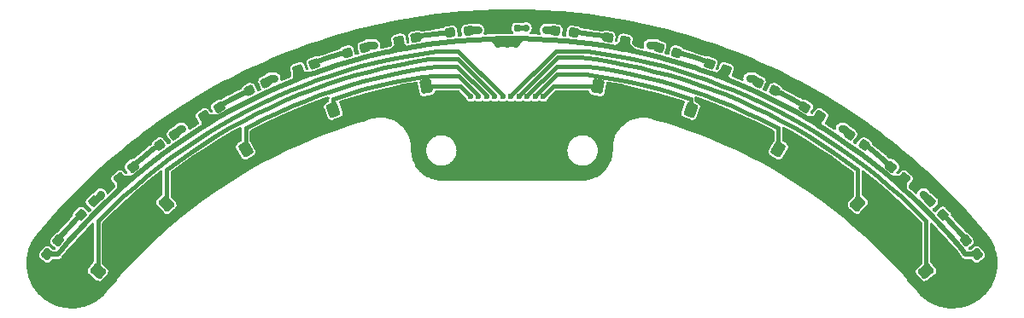
<source format=gbr>
%TF.GenerationSoftware,KiCad,Pcbnew,7.0.6*%
%TF.CreationDate,2023-07-09T17:07:21+09:00*%
%TF.ProjectId,robotrace_v2_Linesensor,726f626f-7472-4616-9365-5f76325f4c69,rev?*%
%TF.SameCoordinates,Original*%
%TF.FileFunction,Copper,L2,Bot*%
%TF.FilePolarity,Positive*%
%FSLAX46Y46*%
G04 Gerber Fmt 4.6, Leading zero omitted, Abs format (unit mm)*
G04 Created by KiCad (PCBNEW 7.0.6) date 2023-07-09 17:07:21*
%MOMM*%
%LPD*%
G01*
G04 APERTURE LIST*
G04 Aperture macros list*
%AMRoundRect*
0 Rectangle with rounded corners*
0 $1 Rounding radius*
0 $2 $3 $4 $5 $6 $7 $8 $9 X,Y pos of 4 corners*
0 Add a 4 corners polygon primitive as box body*
4,1,4,$2,$3,$4,$5,$6,$7,$8,$9,$2,$3,0*
0 Add four circle primitives for the rounded corners*
1,1,$1+$1,$2,$3*
1,1,$1+$1,$4,$5*
1,1,$1+$1,$6,$7*
1,1,$1+$1,$8,$9*
0 Add four rect primitives between the rounded corners*
20,1,$1+$1,$2,$3,$4,$5,0*
20,1,$1+$1,$4,$5,$6,$7,0*
20,1,$1+$1,$6,$7,$8,$9,0*
20,1,$1+$1,$8,$9,$2,$3,0*%
G04 Aperture macros list end*
%TA.AperFunction,SMDPad,CuDef*%
%ADD10RoundRect,0.237500X0.065464X0.338557X-0.341467X0.048028X-0.065464X-0.338557X0.341467X-0.048028X0*%
%TD*%
%TA.AperFunction,SMDPad,CuDef*%
%ADD11RoundRect,0.237500X-0.341466X-0.048034X0.065470X-0.338556X0.341466X0.048034X-0.065470X0.338556X0*%
%TD*%
%TA.AperFunction,SMDPad,CuDef*%
%ADD12RoundRect,0.237500X0.004777X0.344795X-0.344587X-0.012899X-0.004777X-0.344795X0.344587X0.012899X0*%
%TD*%
%TA.AperFunction,SMDPad,CuDef*%
%ADD13RoundRect,0.237500X0.178856X0.294817X-0.303595X0.163512X-0.178856X-0.294817X0.303595X-0.163512X0*%
%TD*%
%TA.AperFunction,SMDPad,CuDef*%
%ADD14RoundRect,0.237500X-0.270025X-0.214459X0.228015X-0.258680X0.270025X0.214459X-0.228015X0.258680X0*%
%TD*%
%TA.AperFunction,SMDPad,CuDef*%
%ADD15RoundRect,0.237500X-0.344587X0.012899X0.004777X-0.344795X0.344587X-0.012899X-0.004777X0.344795X0*%
%TD*%
%TA.AperFunction,SMDPad,CuDef*%
%ADD16RoundRect,0.237500X-0.303595X-0.163512X0.178856X-0.294817X0.303595X0.163512X-0.178856X0.294817X0*%
%TD*%
%TA.AperFunction,SMDPad,CuDef*%
%ADD17RoundRect,0.237500X0.124102X0.321722X-0.327659X0.107451X-0.124102X-0.321722X0.327659X-0.107451X0*%
%TD*%
%TA.AperFunction,SMDPad,CuDef*%
%ADD18RoundRect,0.237500X-0.327659X-0.107451X0.124102X-0.321722X0.327659X0.107451X-0.124102X0.321722X0*%
%TD*%
%TA.AperFunction,SMDPad,CuDef*%
%ADD19RoundRect,0.237500X0.228011X0.258684X-0.270029X0.214454X-0.228011X-0.258684X0.270029X-0.214454X0*%
%TD*%
%TA.AperFunction,SMDPad,CuDef*%
%ADD20RoundRect,0.250000X-0.508223X-0.223236X0.052129X-0.552637X0.508223X0.223236X-0.052129X0.552637X0*%
%TD*%
%TA.AperFunction,SMDPad,CuDef*%
%ADD21RoundRect,0.250000X-0.046085X0.553174X-0.539612X0.130170X0.046085X-0.553174X0.539612X-0.130170X0*%
%TD*%
%TA.AperFunction,SMDPad,CuDef*%
%ADD22RoundRect,0.250000X0.240612X0.500231X-0.399215X0.385684X-0.240612X-0.500231X0.399215X-0.385684X0*%
%TD*%
%TA.AperFunction,SMDPad,CuDef*%
%ADD23RoundRect,0.237500X0.365821X-0.072370X0.002015X0.372905X-0.365821X0.072370X-0.002015X-0.372905X0*%
%TD*%
%TA.AperFunction,SMDPad,CuDef*%
%ADD24RoundRect,0.250000X0.148693X0.534804X-0.460935X0.309296X-0.148693X-0.534804X0.460935X-0.309296X0*%
%TD*%
%TA.AperFunction,SMDPad,CuDef*%
%ADD25RoundRect,0.250000X-0.460935X-0.309296X0.148693X-0.534804X0.460935X0.309296X-0.148693X0.534804X0*%
%TD*%
%TA.AperFunction,SMDPad,CuDef*%
%ADD26RoundRect,0.237500X-0.187246X-0.322493X0.352040X-0.123005X0.187246X0.322493X-0.352040X0.123005X0*%
%TD*%
%TA.AperFunction,SMDPad,CuDef*%
%ADD27RoundRect,0.237500X-0.241147X-0.284448X0.324854X-0.183118X0.241147X0.284448X-0.324854X0.183118X0*%
%TD*%
%TA.AperFunction,SMDPad,CuDef*%
%ADD28RoundRect,0.237500X0.372849X-0.006771X-0.063732X0.367425X-0.372849X0.006771X0.063732X-0.367425X0*%
%TD*%
%TA.AperFunction,SMDPad,CuDef*%
%ADD29RoundRect,0.237500X0.002015X-0.372905X0.365821X0.072370X-0.002015X0.372905X-0.365821X-0.072370X0*%
%TD*%
%TA.AperFunction,SMDPad,CuDef*%
%ADD30RoundRect,0.250000X-0.399215X-0.385684X0.240612X-0.500231X0.399215X0.385684X-0.240612X0.500231X0*%
%TD*%
%TA.AperFunction,SMDPad,CuDef*%
%ADD31RoundRect,0.250000X-0.539612X-0.130170X-0.046085X-0.553174X0.539612X0.130170X0.046085X0.553174X0*%
%TD*%
%TA.AperFunction,SMDPad,CuDef*%
%ADD32RoundRect,0.250000X-0.554106X-0.033040X-0.142847X-0.536395X0.554106X0.033040X0.142847X0.536395X0*%
%TD*%
%TA.AperFunction,SMDPad,CuDef*%
%ADD33RoundRect,0.237500X0.352040X0.123005X-0.187246X0.322493X-0.352040X-0.123005X0.187246X-0.322493X0*%
%TD*%
%TA.AperFunction,SMDPad,CuDef*%
%ADD34RoundRect,0.250000X0.052120X0.552638X-0.508227X0.223227X-0.052120X-0.552638X0.508227X-0.223227X0*%
%TD*%
%TA.AperFunction,SMDPad,CuDef*%
%ADD35RoundRect,0.237500X0.324851X0.183124X-0.241152X0.284444X-0.324851X-0.183124X0.241152X-0.284444X0*%
%TD*%
%TA.AperFunction,SMDPad,CuDef*%
%ADD36RoundRect,0.250000X-0.140037X0.537136X-0.553925X0.035941X0.140037X-0.537136X0.553925X-0.035941X0*%
%TD*%
%TA.AperFunction,SMDPad,CuDef*%
%ADD37RoundRect,0.237500X-0.127484X-0.350443X0.368207X-0.059041X0.127484X0.350443X-0.368207X0.059041X0*%
%TD*%
%TA.AperFunction,SMDPad,CuDef*%
%ADD38RoundRect,0.155000X0.212500X0.155000X-0.212500X0.155000X-0.212500X-0.155000X0.212500X-0.155000X0*%
%TD*%
%TA.AperFunction,SMDPad,CuDef*%
%ADD39RoundRect,0.237500X-0.063732X-0.367425X0.372849X0.006771X0.063732X0.367425X-0.372849X-0.006771X0*%
%TD*%
%TA.AperFunction,SMDPad,CuDef*%
%ADD40RoundRect,0.237500X0.368206X0.059047X-0.127490X0.350441X-0.368206X-0.059047X0.127490X-0.350441X0*%
%TD*%
%TA.AperFunction,ViaPad*%
%ADD41C,0.700000*%
%TD*%
%TA.AperFunction,ViaPad*%
%ADD42C,0.600000*%
%TD*%
%TA.AperFunction,Conductor*%
%ADD43C,0.500000*%
%TD*%
%TA.AperFunction,Conductor*%
%ADD44C,0.800000*%
%TD*%
%TA.AperFunction,Conductor*%
%ADD45C,0.400000*%
%TD*%
G04 APERTURE END LIST*
D10*
%TO.P,R8,2*%
%TO.N,Net-(D8-A)*%
X-34932649Y47359784D03*
%TO.P,R8,1*%
%TO.N,+3V3*%
X-33447351Y48420216D03*
%TD*%
D11*
%TO.P,R7,2*%
%TO.N,Net-(D7-A)*%
X34932658Y47359797D03*
%TO.P,R7,1*%
%TO.N,+3V3*%
X33447342Y48420203D03*
%TD*%
D12*
%TO.P,R10,2*%
%TO.N,Net-(D10-A)*%
X-42737589Y40457209D03*
%TO.P,R10,1*%
%TO.N,+3V3*%
X-41462411Y41762791D03*
%TD*%
D13*
%TO.P,R4,2*%
%TO.N,Net-(D4-A)*%
X-16330473Y56540368D03*
%TO.P,R4,1*%
%TO.N,+3V3*%
X-14569527Y57019632D03*
%TD*%
D14*
%TO.P,R1,1*%
%TO.N,+3V3*%
X4301076Y58690704D03*
%TO.P,R1,2*%
%TO.N,Net-(D1-A)*%
X6118924Y58529296D03*
%TD*%
D15*
%TO.P,R9,2*%
%TO.N,Net-(D9-A)*%
X42737589Y40467209D03*
%TO.P,R9,1*%
%TO.N,+3V3*%
X41462411Y41772791D03*
%TD*%
D16*
%TO.P,R3,1*%
%TO.N,+3V3*%
X14569527Y57019632D03*
%TO.P,R3,2*%
%TO.N,Net-(D3-A)*%
X16330473Y56540368D03*
%TD*%
D17*
%TO.P,R6,2*%
%TO.N,Net-(D6-A)*%
X-26044464Y52778956D03*
%TO.P,R6,1*%
%TO.N,+3V3*%
X-24395536Y53561044D03*
%TD*%
D18*
%TO.P,R5,2*%
%TO.N,Net-(D5-A)*%
X26044464Y52778956D03*
%TO.P,R5,1*%
%TO.N,+3V3*%
X24395536Y53561044D03*
%TD*%
D19*
%TO.P,R2,2*%
%TO.N,Net-(D2-A)*%
X-6118923Y58529281D03*
%TO.P,R2,1*%
%TO.N,+3V3*%
X-4301077Y58690719D03*
%TD*%
D20*
%TO.P,Q5,1,C*%
%TO.N,Net-(J1-Pin_9)*%
X26406367Y46939440D03*
%TO.P,Q5,2,E*%
%TO.N,GND1*%
X28173633Y45900560D03*
%TD*%
D21*
%TO.P,Q8,1,C*%
%TO.N,Net-(J1-Pin_5)*%
X-34261747Y41547044D03*
%TO.P,Q8,2,E*%
%TO.N,GND1*%
X-35818253Y40212956D03*
%TD*%
D22*
%TO.P,Q2,1,C*%
%TO.N,Net-(J1-Pin_2)*%
X-8481041Y53180631D03*
%TO.P,Q2,2,E*%
%TO.N,GND1*%
X-10498959Y52819369D03*
%TD*%
D23*
%TO.P,D9,2,A*%
%TO.N,Net-(D9-A)*%
X44966383Y37867594D03*
%TO.P,D9,1,K*%
%TO.N,Net-(D1-K)*%
X46073617Y36512406D03*
%TD*%
D24*
%TO.P,Q4,1,C*%
%TO.N,Net-(J1-Pin_3)*%
X-17718664Y50855609D03*
%TO.P,Q4,2,E*%
%TO.N,GND1*%
X-19641336Y50144391D03*
%TD*%
D25*
%TO.P,Q3,1,C*%
%TO.N,Net-(J1-Pin_10)*%
X17718664Y50855609D03*
%TO.P,Q3,2,E*%
%TO.N,GND1*%
X19641336Y50144391D03*
%TD*%
D26*
%TO.P,D4,1,K*%
%TO.N,Net-(D1-K)*%
X-21210653Y54826431D03*
%TO.P,D4,2,A*%
%TO.N,Net-(D4-A)*%
X-19569347Y55433569D03*
%TD*%
D27*
%TO.P,D2,1,K*%
%TO.N,Net-(D1-K)*%
X-11221306Y57705802D03*
%TO.P,D2,2,A*%
%TO.N,Net-(D2-A)*%
X-9498694Y58014198D03*
%TD*%
D28*
%TO.P,D7,1,K*%
%TO.N,Net-(D1-K)*%
X38914362Y44060573D03*
%TO.P,D7,2,A*%
%TO.N,Net-(D7-A)*%
X37585638Y45199427D03*
%TD*%
D29*
%TO.P,D10,1,K*%
%TO.N,Net-(D1-K)*%
X-46073617Y36512406D03*
%TO.P,D10,2,A*%
%TO.N,Net-(D10-A)*%
X-44966383Y37867594D03*
%TD*%
D30*
%TO.P,Q1,1,C*%
%TO.N,Net-(J1-Pin_11)*%
X8491041Y53180631D03*
%TO.P,Q1,2,E*%
%TO.N,GND1*%
X10508959Y52819369D03*
%TD*%
D31*
%TO.P,Q7,1,C*%
%TO.N,Net-(J1-Pin_8)*%
X34271747Y41547044D03*
%TO.P,Q7,2,E*%
%TO.N,GND1*%
X35828253Y40212956D03*
%TD*%
D32*
%TO.P,Q9,1,C*%
%TO.N,Net-(J1-Pin_7)*%
X41051477Y34863752D03*
%TO.P,Q9,2,E*%
%TO.N,GND1*%
X42348523Y33276248D03*
%TD*%
D33*
%TO.P,D3,1,K*%
%TO.N,Net-(D1-K)*%
X21210653Y54826431D03*
%TO.P,D3,2,A*%
%TO.N,Net-(D3-A)*%
X19569347Y55433569D03*
%TD*%
D34*
%TO.P,Q6,1,C*%
%TO.N,Net-(J1-Pin_4)*%
X-26406376Y46939456D03*
%TO.P,Q6,2,E*%
%TO.N,GND1*%
X-28173624Y45900544D03*
%TD*%
D35*
%TO.P,D1,1,K*%
%TO.N,Net-(D1-K)*%
X11221309Y57705817D03*
%TO.P,D1,2,A*%
%TO.N,Net-(D1-A)*%
X9498691Y58014183D03*
%TD*%
D36*
%TO.P,Q10,1,C*%
%TO.N,Net-(J1-Pin_6)*%
X-41047330Y34860346D03*
%TO.P,Q10,2,E*%
%TO.N,GND1*%
X-42352670Y33279654D03*
%TD*%
D37*
%TO.P,D6,1,K*%
%TO.N,Net-(D1-K)*%
X-30544313Y50226562D03*
%TO.P,D6,2,A*%
%TO.N,Net-(D6-A)*%
X-29035687Y51113438D03*
%TD*%
D38*
%TO.P,C1,1*%
%TO.N,+3V3*%
X567500Y59000000D03*
%TO.P,C1,2*%
%TO.N,GND1*%
X-567500Y59000000D03*
%TD*%
D39*
%TO.P,D8,1,K*%
%TO.N,Net-(D1-K)*%
X-38914362Y44060573D03*
%TO.P,D8,2,A*%
%TO.N,Net-(D8-A)*%
X-37585638Y45199427D03*
%TD*%
D40*
%TO.P,D5,1,K*%
%TO.N,Net-(D1-K)*%
X30544321Y50226575D03*
%TO.P,D5,2,A*%
%TO.N,Net-(D5-A)*%
X29035679Y51113425D03*
%TD*%
D41*
%TO.N,+3V3*%
X-40800000Y42450000D03*
X-32700000Y49000000D03*
X-23550000Y54000000D03*
X-13650000Y57300000D03*
X-3350000Y58800000D03*
X40800000Y42500000D03*
X32700000Y49000000D03*
X23550000Y54000000D03*
X13650000Y57300000D03*
X3350000Y58800000D03*
X1400000Y59000000D03*
%TO.N,GND1*%
X1500000Y48900000D03*
X-1500000Y48900000D03*
X-500000Y49900000D03*
X1500000Y49900000D03*
X-1500000Y49900000D03*
X500000Y48900000D03*
X-500000Y48900000D03*
X500000Y49900000D03*
%TO.N,Net-(D1-K)*%
X400000Y57400000D03*
X-500000Y57400000D03*
X-1400000Y57400000D03*
D42*
%TO.N,Net-(J1-Pin_2)*%
X-4100000Y52200000D03*
%TO.N,Net-(J1-Pin_3)*%
X-3300000Y52200000D03*
%TO.N,Net-(J1-Pin_4)*%
X-2500000Y52200000D03*
%TO.N,Net-(J1-Pin_5)*%
X-1700000Y52200000D03*
%TO.N,Net-(J1-Pin_6)*%
X-900000Y52200000D03*
%TO.N,Net-(J1-Pin_7)*%
X-100000Y52200000D03*
%TO.N,Net-(J1-Pin_8)*%
X700000Y52200000D03*
%TO.N,Net-(J1-Pin_9)*%
X1500000Y52200000D03*
%TO.N,Net-(J1-Pin_10)*%
X2300000Y52200000D03*
%TO.N,Net-(J1-Pin_11)*%
X3100000Y52200000D03*
%TD*%
D43*
%TO.N,Net-(D1-K)*%
X38914362Y43814362D02*
X38449369Y43349369D01*
X38449369Y43349369D02*
X38922952Y42922952D01*
X38207434Y43567208D02*
X38449369Y43349369D01*
X38914362Y44060573D02*
X38914362Y43814362D01*
X38700799Y44060573D02*
X38207434Y43567208D01*
X38914362Y44060573D02*
X38700799Y44060573D01*
X38914362Y44060573D02*
X38914362Y42931542D01*
X38922952Y42922952D02*
X39334800Y42552121D01*
X38914362Y42931542D02*
X38922952Y42922952D01*
X37660573Y44060573D02*
X37646387Y44046387D01*
X38914362Y44060573D02*
X37660573Y44060573D01*
X37646387Y44046387D02*
X38207434Y43567208D01*
X37053868Y44552445D02*
X37646387Y44046387D01*
X29982983Y49665237D02*
X29982983Y49582983D01*
X30544321Y50226575D02*
X29982983Y49665237D01*
X29628138Y49800432D02*
X29982983Y49582983D01*
X29982983Y49582983D02*
X30479014Y49279014D01*
X30329633Y50011887D02*
X29261887Y50011887D01*
X29261887Y50011887D02*
X29628138Y49800432D01*
X30544321Y50226575D02*
X30329633Y50011887D01*
X28314362Y50558940D02*
X29261887Y50011887D01*
X30450935Y50133189D02*
X30450935Y49307093D01*
X30450935Y49307093D02*
X30479014Y49279014D01*
X30544321Y50226575D02*
X30450935Y50133189D01*
X30479014Y49279014D02*
X30921602Y49007795D01*
X21472882Y53822159D02*
X20700000Y54118841D01*
X20700000Y54118841D02*
X20400000Y54234000D01*
X21210653Y54826431D02*
X21210653Y54629494D01*
X21210653Y54629494D02*
X20700000Y54118841D01*
X21210653Y54084388D02*
X21472882Y53822159D01*
X21210653Y54826431D02*
X21210653Y54084388D01*
X20992431Y54826431D02*
X20400000Y54234000D01*
X21210653Y54826431D02*
X20992431Y54826431D01*
X20400000Y54234000D02*
X20056624Y54365810D01*
X11221309Y57705817D02*
X11221309Y57171130D01*
X10950000Y56899821D02*
X10400000Y57001757D01*
X11221309Y57171130D02*
X10950000Y56899821D01*
X11304973Y56834031D02*
X10950000Y56899821D01*
X11221309Y57504362D02*
X12050000Y56675671D01*
X11221309Y57705817D02*
X11221309Y57504362D01*
X12050000Y56675671D02*
X11304973Y56834031D01*
X12788884Y56518616D02*
X12050000Y56675671D01*
X11104060Y57705817D02*
X10400000Y57001757D01*
X10400000Y57001757D02*
X9813394Y57110478D01*
X11221309Y57705817D02*
X11104060Y57705817D01*
X-11221306Y57346876D02*
X-11850000Y56718182D01*
X-11850000Y56718182D02*
X-12788884Y56518616D01*
X-11304973Y56834031D02*
X-11850000Y56718182D01*
X-11221306Y57705802D02*
X-11221306Y57346876D01*
X-11221306Y57645263D02*
X-10550000Y56973957D01*
X-11221306Y57705802D02*
X-11221306Y57645263D01*
X-10550000Y56973957D02*
X-11304973Y56834031D01*
X-9813394Y57110478D02*
X-10550000Y56973957D01*
X-11221306Y56917698D02*
X-11304973Y56834031D01*
X-11221306Y57705802D02*
X-11221306Y56917698D01*
X-21210653Y54826431D02*
X-21100000Y54715778D01*
X-21100000Y54715778D02*
X-21100000Y53965295D01*
X-21100000Y53965295D02*
X-21472882Y53822159D01*
X-20056624Y54365810D02*
X-21100000Y53965295D01*
X-21210653Y54826431D02*
X-21472882Y54564202D01*
X-21472882Y54564202D02*
X-21472882Y53822159D01*
X-20750032Y54365810D02*
X-20056624Y54365810D01*
X-21210653Y54826431D02*
X-20750032Y54365810D01*
X-30075989Y49758238D02*
X-30075989Y49525989D01*
X-30075989Y49525989D02*
X-30541018Y49241018D01*
X-30544313Y50226562D02*
X-30075989Y49758238D01*
X-29628138Y49800432D02*
X-30075989Y49525989D01*
X-30544313Y50226562D02*
X-30541018Y50223267D01*
X-30541018Y50223267D02*
X-30541018Y49241018D01*
X-30541018Y49241018D02*
X-30921602Y49007795D01*
X-30457747Y50139996D02*
X-29039996Y50139996D01*
X-30544313Y50226562D02*
X-30457747Y50139996D01*
X-38700799Y44060573D02*
X-38207434Y43567208D01*
X-38914362Y44060573D02*
X-38700799Y44060573D01*
X-38914362Y44060573D02*
X-38914362Y43914362D01*
X-38396748Y43396748D02*
X-38896641Y42946641D01*
X-38207434Y43567208D02*
X-38396748Y43396748D01*
X-38914362Y43914362D02*
X-38396748Y43396748D01*
X-38914362Y44060573D02*
X-38914362Y42964362D01*
X-38914362Y42964362D02*
X-38896641Y42946641D01*
X-38896641Y42946641D02*
X-39334800Y42552121D01*
X-38914362Y44060573D02*
X-37628265Y44060573D01*
X-37619419Y44069419D02*
X-38207434Y43567208D01*
X-37053868Y44552445D02*
X-37619419Y44069419D01*
X-37628265Y44060573D02*
X-37619419Y44069419D01*
X-44993908Y36512406D02*
X-44978157Y36528157D01*
X-46073617Y36512406D02*
X-44993908Y36512406D01*
X-44552445Y37053868D02*
X-44978157Y36528157D01*
X46073617Y36512406D02*
X44999164Y36512406D01*
X44552445Y37053868D02*
X44955785Y36555785D01*
X44999164Y36512406D02*
X44955785Y36555785D01*
D44*
%TO.N,+3V3*%
X-40800000Y42425202D02*
X-41462411Y41762791D01*
X-40800000Y42450000D02*
X-40800000Y42425202D01*
X-32867567Y49000000D02*
X-33447351Y48420216D01*
X-32700000Y49000000D02*
X-32867567Y49000000D01*
X-23956580Y54000000D02*
X-24395536Y53561044D01*
X-23550000Y54000000D02*
X-23956580Y54000000D01*
X-14289159Y57300000D02*
X-14569527Y57019632D01*
X-13650000Y57300000D02*
X-14289159Y57300000D01*
X-3350000Y58800000D02*
X-4191796Y58800000D01*
X-4191796Y58800000D02*
X-4301077Y58690719D01*
X40800000Y42435202D02*
X41462411Y41772791D01*
X40800000Y42500000D02*
X40800000Y42435202D01*
X32867545Y49000000D02*
X33447342Y48420203D01*
X32700000Y49000000D02*
X32867545Y49000000D01*
X23956580Y54000000D02*
X24395536Y53561044D01*
X23550000Y54000000D02*
X23956580Y54000000D01*
X13650000Y57300000D02*
X14289159Y57300000D01*
X14289159Y57300000D02*
X14569527Y57019632D01*
X3350000Y58800000D02*
X4191780Y58800000D01*
X4191780Y58800000D02*
X4301076Y58690704D01*
D43*
%TO.N,Net-(D10-A)*%
X-44511722Y38569661D02*
X-43495439Y39712202D01*
X-44966383Y38030981D02*
X-44511722Y38569661D01*
X-44966383Y37867594D02*
X-44966383Y38030981D01*
X-43495439Y39712202D02*
X-42797286Y40457209D01*
X-42797286Y40457209D02*
X-42737589Y40457209D01*
%TO.N,Net-(D8-A)*%
X-36807330Y45979698D02*
X-35601244Y46919756D01*
X-34963559Y47390694D02*
X-34932649Y47359784D01*
X-37585638Y45339899D02*
X-36807330Y45979698D01*
X-35601244Y46919756D02*
X-34963559Y47390694D01*
X-37585638Y45199427D02*
X-37585638Y45339899D01*
%TO.N,Net-(D6-A)*%
X-27890410Y51875207D02*
X-26534332Y52581758D01*
X-29100000Y51204492D02*
X-27890410Y51875207D01*
X-29100000Y51177751D02*
X-29100000Y51204492D01*
X-29035687Y51113438D02*
X-29100000Y51177751D01*
X-26534332Y52581758D02*
X-26130608Y52778956D01*
%TO.N,Net-(D4-A)*%
X-16365510Y56575405D02*
X-16330473Y56540368D01*
X-18054804Y56061896D02*
X-16593366Y56511701D01*
X-19504128Y55574285D02*
X-18054804Y56061896D01*
X-19569347Y55433569D02*
X-19569347Y55509066D01*
X-19569347Y55509066D02*
X-19504128Y55574285D01*
X-16593366Y56511701D02*
X-16365510Y56575405D01*
%TO.N,Net-(D2-A)*%
X-9498694Y58014198D02*
X-9591497Y58107001D01*
X-9138058Y58184260D02*
X-7624522Y58401873D01*
X-9591497Y58107001D02*
X-9138058Y58184260D01*
X-6163049Y58573407D02*
X-6118923Y58529281D01*
X-7624522Y58401873D02*
X-6163049Y58573407D01*
%TO.N,Net-(D9-A)*%
X44511722Y38569661D02*
X44966383Y38030981D01*
X42787915Y40467209D02*
X43495439Y39712202D01*
X44966383Y38030981D02*
X44966383Y37867594D01*
X42737589Y40467209D02*
X42787915Y40467209D01*
X43495439Y39712202D02*
X44511722Y38569661D01*
%TO.N,Net-(D5-A)*%
X28751208Y51397896D02*
X29035679Y51113425D01*
X27890410Y51875207D02*
X28751208Y51397896D01*
X26595285Y52550000D02*
X27890410Y51875207D01*
X26273420Y52550000D02*
X26595285Y52550000D01*
X26044464Y52778956D02*
X26273420Y52550000D01*
%TO.N,Net-(D7-A)*%
X37585638Y45201390D02*
X37585638Y45199427D01*
X36807330Y45979698D02*
X37585638Y45201390D01*
X35005395Y47359797D02*
X35601244Y46919756D01*
X34932658Y47359797D02*
X35005395Y47359797D01*
X35601244Y46919756D02*
X36807330Y45979698D01*
%TO.N,Net-(D3-A)*%
X19569347Y55509066D02*
X19569347Y55433569D01*
X19504128Y55574285D02*
X19569347Y55509066D01*
X18054804Y56061896D02*
X19504128Y55574285D01*
X16330473Y56585200D02*
X16593366Y56511701D01*
X16330473Y56540368D02*
X16330473Y56585200D01*
X16593366Y56511701D02*
X18054804Y56061896D01*
%TO.N,Net-(D1-A)*%
X9367750Y58145124D02*
X9498691Y58014183D01*
X9138058Y58184260D02*
X9367750Y58145124D01*
X6538873Y58529296D02*
X7624522Y58401873D01*
X6118924Y58529296D02*
X6538873Y58529296D01*
X7624522Y58401873D02*
X9138058Y58184260D01*
%TO.N,Net-(D1-K)*%
X-43862127Y37862127D02*
X-44552445Y37053868D01*
X43567208Y38207434D02*
X44552445Y37053868D01*
X42552121Y39334800D02*
X43567208Y38207434D01*
X41507895Y40435185D02*
X42552121Y39334800D01*
X40435185Y41507895D02*
X41507895Y40435185D01*
X39334800Y42552121D02*
X40435185Y41507895D01*
X34671391Y46430638D02*
X35874924Y45507136D01*
X33444120Y47322303D02*
X34671391Y46430638D01*
X32193889Y48181563D02*
X33444120Y47322303D01*
X27306282Y51106282D02*
X28314362Y50558940D01*
X30921602Y49007795D02*
X32193889Y48181563D01*
X35874924Y45507136D02*
X37053868Y44552445D01*
%TO.N,+3V3*%
X567500Y59000000D02*
X1400000Y59000000D01*
%TO.N,Net-(D1-K)*%
X-8800000Y57270984D02*
X-9200000Y57207630D01*
X400000Y57400000D02*
X-1400000Y57400000D01*
X-34671391Y46430638D02*
X-35874924Y45507136D01*
X-30921602Y49007795D02*
X-32193889Y48181563D01*
X463817Y57400000D02*
X1000000Y57936183D01*
X-16908502Y55433569D02*
X-16900000Y55425067D01*
X-1900000Y57912615D02*
X-2275003Y57902795D01*
X-27306282Y51106282D02*
X-28314362Y50558940D01*
X-400000Y57942507D02*
X-758494Y57942507D01*
X-500000Y57842507D02*
X-400000Y57942507D01*
X-16900000Y55425067D02*
X-17183852Y55340986D01*
X-14263954Y56164483D02*
X-15729286Y55771848D01*
X-41507895Y40435185D02*
X-42552121Y39334800D01*
X0Y57942507D02*
X-400000Y57942507D01*
X8800000Y57270984D02*
X8314998Y57347801D01*
X-26981219Y51282777D02*
X-27306282Y51106282D01*
X-9200000Y57207630D02*
X-9813394Y57110478D01*
X-2275003Y57902795D02*
X-3789961Y57823400D01*
X-25629482Y51971522D02*
X-26981219Y51282777D01*
X400000Y57400000D02*
X463817Y57400000D01*
X19400000Y54598333D02*
X18900000Y54775392D01*
X-21472882Y53822159D02*
X-22874397Y53241633D01*
X-1350000Y57927018D02*
X-1900000Y57912615D01*
X-500000Y57400000D02*
X-500000Y57842507D01*
X-32193889Y48181563D02*
X-33444120Y47322303D01*
X9813394Y57110478D02*
X9500000Y57160115D01*
X-40435185Y41507895D02*
X-41507895Y40435185D01*
X17183852Y55340986D02*
X16900000Y55425067D01*
X16908502Y55433569D02*
X16900000Y55425067D01*
X27306282Y51106282D02*
X26981219Y51282777D01*
X-15729286Y55771848D02*
X-16900000Y55425067D01*
X-6811011Y57545804D02*
X-8314998Y57347801D01*
X-8314998Y57347801D02*
X-8800000Y57270984D01*
X9500000Y57160115D02*
X8800000Y57270984D01*
X-33444120Y47322303D02*
X-34671391Y46430638D01*
X400000Y57400000D02*
X400000Y57942507D01*
X-24260286Y52624595D02*
X-25629482Y51971522D01*
X1000000Y57936183D02*
X758494Y57942507D01*
X-29039996Y50139996D02*
X-29628138Y49800432D01*
X-43867594Y37867594D02*
X-43862127Y37862127D01*
X0Y57942507D02*
X400000Y57942507D01*
X-35874924Y45507136D02*
X-36224254Y45224254D01*
X3789961Y57823400D02*
X2275003Y57902795D01*
X-28314362Y50558940D02*
X-28596213Y50396213D01*
X758494Y57942507D02*
X400000Y57942507D01*
X14263954Y56164483D02*
X12788884Y56518616D01*
X-28596213Y50396213D02*
X-29039996Y50139996D01*
X-1400000Y57412615D02*
X-1900000Y57912615D01*
X-18626569Y54872219D02*
X-18900000Y54775392D01*
X-18400000Y54945836D02*
X-18626569Y54872219D01*
X-39334800Y42552121D02*
X-40435185Y41507895D01*
X-36776806Y44776806D02*
X-37053868Y44552445D01*
X8314998Y57347801D02*
X6811011Y57545804D01*
X-1350000Y57450000D02*
X-1350000Y57927018D01*
X-17183852Y55340986D02*
X-18400000Y54945836D01*
X-5302292Y57704378D02*
X-6811011Y57545804D01*
X-22874397Y53241633D02*
X-24260286Y52624595D01*
X-19600000Y54527509D02*
X-20056624Y54365810D01*
X-36224254Y45224254D02*
X-36776806Y44776806D01*
X-1400000Y57400000D02*
X-1350000Y57450000D01*
X18626569Y54872219D02*
X18300000Y54978328D01*
X-3789961Y57823400D02*
X-5302292Y57704378D01*
X-1400000Y57400000D02*
X-1400000Y57412615D01*
X-18900000Y54775392D02*
X-19600000Y54527509D01*
X400000Y57400000D02*
X142507Y57400000D01*
X-12788884Y56518616D02*
X-14263954Y56164483D01*
X-43567208Y38207434D02*
X-43862127Y37862127D01*
X25629482Y51971522D02*
X24260286Y52624595D01*
X20056624Y54365810D02*
X19400000Y54598333D01*
X22874397Y53241633D02*
X21472882Y53822159D01*
X16900000Y55425067D02*
X15729286Y55771848D01*
X15729286Y55771848D02*
X14263954Y56164483D01*
X142507Y57400000D02*
X-400000Y57942507D01*
X18300000Y54978328D02*
X17183852Y55340986D01*
X2275003Y57902795D02*
X1000000Y57936183D01*
X5302292Y57704378D02*
X3789961Y57823400D01*
X26981219Y51282777D02*
X25629482Y51971522D01*
X6811011Y57545804D02*
X5302292Y57704378D01*
X18900000Y54775392D02*
X18626569Y54872219D01*
X-1301001Y57400000D02*
X-758494Y57942507D01*
X24260286Y52624595D02*
X22874397Y53241633D01*
X-758494Y57942507D02*
X-1350000Y57927018D01*
X-42552121Y39334800D02*
X-43567208Y38207434D01*
X-1400000Y57400000D02*
X-1301001Y57400000D01*
D45*
%TO.N,Net-(J1-Pin_2)*%
X-5080631Y53180631D02*
X-4100000Y52200000D01*
X-8481041Y53180631D02*
X-5080631Y53180631D01*
%TO.N,Net-(J1-Pin_3)*%
X-11702017Y53635757D02*
X-10257819Y53930592D01*
X-13137817Y53302245D02*
X-11702017Y53635757D01*
X-3300000Y52255288D02*
X-3300000Y52200000D01*
X-8113101Y54262401D02*
X-5313872Y54262401D01*
X-14564161Y52930301D02*
X-13137817Y53302245D01*
X-17718664Y50855609D02*
X-17718664Y51955596D01*
X-5313872Y54262401D02*
X-3300000Y52248529D01*
X-15979959Y52520210D02*
X-14564161Y52930301D01*
X-8536754Y54186556D02*
X-8113101Y54262401D01*
X-17718664Y51955596D02*
X-17384269Y52072246D01*
X-10257819Y53930592D02*
X-8806174Y54186556D01*
X-8806174Y54186556D02*
X-8536754Y54186556D01*
X-17384269Y52072246D02*
X-15979959Y52520210D01*
%TO.N,Net-(J1-Pin_4)*%
X-25883917Y49317688D02*
X-24550497Y49994846D01*
X-8934509Y54976232D02*
X-7455256Y55196292D01*
X-24550497Y49994846D02*
X-23199408Y50635946D01*
X-5447763Y55196292D02*
X-2500000Y52248529D01*
X-17637615Y52831109D02*
X-16212840Y53285602D01*
X-7455256Y55196292D02*
X-5447763Y55196292D01*
X-26406376Y46939456D02*
X-26406376Y49034470D01*
X-21831574Y51240549D02*
X-20447959Y51808229D01*
X-20447959Y51808229D02*
X-19049685Y52338524D01*
X-2500000Y52248529D02*
X-2500000Y52200000D01*
X-14776409Y53701669D02*
X-13329278Y54079033D01*
X-26406376Y49034470D02*
X-25883917Y49317688D01*
X-13329278Y54079033D02*
X-11872554Y54417405D01*
X-19049685Y52338524D02*
X-17637615Y52831109D01*
X-23199408Y50635946D02*
X-21831574Y51240549D01*
X-10407309Y54716537D02*
X-8934509Y54976232D01*
X-16212840Y53285602D02*
X-14776409Y53701669D01*
X-11872554Y54417405D02*
X-10407309Y54716537D01*
%TO.N,Net-(J1-Pin_5)*%
X-5344345Y55892874D02*
X-1700000Y52248529D01*
X-29327243Y48289539D02*
X-28031346Y49053138D01*
X-33086580Y45795688D02*
X-31855756Y46660237D01*
X-18456985Y53397626D02*
X-17028966Y53870038D01*
X-25380923Y50475495D02*
X-24028228Y51133268D01*
X-12676611Y55056973D02*
X-11206443Y55374926D01*
X-24028228Y51133268D02*
X-22658543Y51754780D01*
X-34261747Y41547044D02*
X-34261747Y44922608D01*
X-1700000Y52250000D02*
X-1700000Y52200000D01*
X-19871925Y52887365D02*
X-18456985Y53397626D01*
X-11206443Y55374926D02*
X-9728390Y55653619D01*
X-22658543Y51754780D02*
X-21272762Y52339625D01*
X-14137762Y54700004D02*
X-12676611Y55056973D01*
X-31855756Y46660237D02*
X-30602363Y47491706D01*
X-9728390Y55653619D02*
X-8243394Y55892874D01*
X-15588852Y54304277D02*
X-14137762Y54700004D01*
X-21272762Y52339625D02*
X-19871925Y52887365D01*
X-28031346Y49053138D02*
X-26715614Y49781953D01*
X-17028966Y53870038D02*
X-15588852Y54304277D01*
X-8243394Y55892874D02*
X-5344345Y55892874D01*
X-34261747Y44922608D02*
X-33086580Y45795688D01*
X-26715614Y49781953D02*
X-25380923Y50475495D01*
X-30602363Y47491706D02*
X-29327243Y48289539D01*
%TO.N,Net-(J1-Pin_6)*%
X-23448081Y52170294D02*
X-22062809Y52771057D01*
X-9022228Y56481426D02*
X-7528137Y56699905D01*
X-38533704Y42269441D02*
X-37404488Y43271887D01*
X-7528137Y56699905D02*
X-5351376Y56699905D01*
X-41047330Y34860346D02*
X-41047330Y39826766D01*
X-20662120Y53335062D02*
X-19247035Y53861894D01*
X-26168712Y50860108D02*
X-24817084Y51533139D01*
X-40710771Y40176924D02*
X-39636060Y41237542D01*
X-33863697Y46095574D02*
X-32635082Y46973433D01*
X-16377614Y54802608D02*
X-14925304Y55215825D01*
X-39636060Y41237542D02*
X-38533704Y42269441D01*
X-17818539Y54351188D02*
X-16377614Y54802608D01*
X-37404488Y43271887D02*
X-36249178Y44244199D01*
X-14925304Y55215825D02*
X-13462589Y55590564D01*
X-41047330Y39826766D02*
X-40710771Y40176924D01*
X-30110599Y48630277D02*
X-28816397Y49408170D01*
X-19247035Y53861894D02*
X-17818539Y54351188D01*
X-28816397Y49408170D02*
X-27502150Y50151608D01*
X-13462589Y55590564D02*
X-11990489Y55926560D01*
X-11990489Y55926560D02*
X-10509999Y56223589D01*
X-31383812Y47818494D02*
X-30110599Y48630277D01*
X-36249178Y44244199D02*
X-35068698Y45185600D01*
X-24817084Y51533139D02*
X-23448081Y52170294D01*
X-22062809Y52771057D02*
X-20662120Y53335062D01*
X-35068698Y45185600D02*
X-33863697Y46095574D01*
X-27502150Y50151608D02*
X-26168712Y50860108D01*
X-5351376Y56699905D02*
X-900000Y52248529D01*
X-32635082Y46973433D02*
X-31383812Y47818494D01*
X-10509999Y56223589D02*
X-9022228Y56481426D01*
%TO.N,Net-(J1-Pin_7)*%
X26168712Y50860108D02*
X24817084Y51533139D01*
X17818539Y54351188D02*
X16377614Y54802608D01*
X36249178Y44244199D02*
X35068698Y45185600D01*
X11990489Y55926560D02*
X10509999Y56223589D01*
X14925304Y55215825D02*
X13462589Y55590564D01*
X38533704Y42269441D02*
X37404488Y43271887D01*
X16377614Y54802608D02*
X14925304Y55215825D01*
X40710771Y40176924D02*
X39636060Y41237542D01*
X23448081Y52170294D02*
X22062809Y52771057D01*
X24817084Y51533139D02*
X23448081Y52170294D01*
X20662120Y53335062D02*
X19247035Y53861894D01*
X27502150Y50151608D02*
X26168712Y50860108D01*
X30110599Y48630277D02*
X28816397Y49408170D01*
X-100000Y52248529D02*
X-100000Y52200000D01*
X33863697Y46095574D02*
X32635082Y46973433D01*
X10509999Y56223589D02*
X9022228Y56481426D01*
X4351376Y56699905D02*
X-100000Y52248529D01*
X41051477Y34863752D02*
X41051477Y39822451D01*
X28816397Y49408170D02*
X27502150Y50151608D01*
X7528137Y56699905D02*
X4351376Y56699905D01*
X39636060Y41237542D02*
X38533704Y42269441D01*
X31383812Y47818494D02*
X30110599Y48630277D01*
X35068698Y45185600D02*
X33863697Y46095574D01*
X9022228Y56481426D02*
X7528137Y56699905D01*
X37404488Y43271887D02*
X36249178Y44244199D01*
X22062809Y52771057D02*
X20662120Y53335062D01*
X13462589Y55590564D02*
X11990489Y55926560D01*
X41051477Y39822451D02*
X40710771Y40176924D01*
X19247035Y53861894D02*
X17818539Y54351188D01*
X32635082Y46973433D02*
X31383812Y47818494D01*
%TO.N,Net-(J1-Pin_8)*%
X22658543Y51754780D02*
X21272762Y52339625D01*
X15588852Y54304277D02*
X14137762Y54700004D01*
X24028228Y51133268D02*
X22658543Y51754780D01*
X19871925Y52887365D02*
X18456985Y53397626D01*
X34271747Y44915179D02*
X33086580Y45795688D01*
X29327243Y48289539D02*
X28031346Y49053138D01*
X33086580Y45795688D02*
X31855756Y46660237D01*
X700000Y52248529D02*
X700000Y52200000D01*
X8243394Y55892874D02*
X6752610Y56092505D01*
X18456985Y53397626D02*
X17028966Y53870038D01*
X30602363Y47491706D02*
X29327243Y48289539D01*
X34271747Y41547044D02*
X34271747Y44915179D01*
X4543976Y56092505D02*
X700000Y52248529D01*
X12676611Y55056973D02*
X11206443Y55374926D01*
X6752610Y56092505D02*
X4543976Y56092505D01*
X11206443Y55374926D02*
X9728390Y55653619D01*
X17028966Y53870038D02*
X15588852Y54304277D01*
X14137762Y54700004D02*
X12676611Y55056973D01*
X9728390Y55653619D02*
X8243394Y55892874D01*
X31855756Y46660237D02*
X30602363Y47491706D01*
X21272762Y52339625D02*
X19871925Y52887365D01*
X28031346Y49053138D02*
X26715614Y49781953D01*
X26715614Y49781953D02*
X25380923Y50475495D01*
X25380923Y50475495D02*
X24028228Y51133268D01*
%TO.N,Net-(J1-Pin_9)*%
X16212840Y53285602D02*
X14776409Y53701669D01*
X25883917Y49317688D02*
X24550497Y49994846D01*
X13329278Y54079033D02*
X11872554Y54417405D01*
X26406367Y46939440D02*
X26406367Y49034475D01*
X14776409Y53701669D02*
X13329278Y54079033D01*
X23199408Y50635946D02*
X21831574Y51240549D01*
X10407309Y54716537D02*
X8934509Y54976232D01*
X24550497Y49994846D02*
X23199408Y50635946D01*
X17637615Y52831109D02*
X16212840Y53285602D01*
X8934509Y54976232D02*
X7455256Y55196292D01*
X11872554Y54417405D02*
X10407309Y54716537D01*
X19049685Y52338524D02*
X17637615Y52831109D01*
X1500000Y52248529D02*
X1500000Y52200000D01*
X7455256Y55196292D02*
X4447763Y55196292D01*
X20447959Y51808229D02*
X19049685Y52338524D01*
X26406367Y49034475D02*
X25883917Y49317688D01*
X4447763Y55196292D02*
X1500000Y52248529D01*
X21831574Y51240549D02*
X20447959Y51808229D01*
%TO.N,Net-(J1-Pin_10)*%
X4454927Y54403456D02*
X2300000Y52248529D01*
X14564161Y52930301D02*
X13137817Y53302245D01*
X10257819Y53930592D02*
X8806174Y54186556D01*
X17718664Y51955596D02*
X17384269Y52072246D01*
X17718664Y50855609D02*
X17718664Y51955596D01*
X15979959Y52520210D02*
X14564161Y52930301D01*
X7348168Y54403456D02*
X4454927Y54403456D01*
X8806174Y54186556D02*
X7348168Y54403456D01*
X11702017Y53635757D02*
X10257819Y53930592D01*
X13137817Y53302245D02*
X11702017Y53635757D01*
X2300000Y52248529D02*
X2300000Y52200000D01*
X17384269Y52072246D02*
X15979959Y52520210D01*
%TO.N,Net-(J1-Pin_11)*%
X4080631Y53180631D02*
X3100000Y52200000D01*
X8491041Y53180631D02*
X4080631Y53180631D01*
%TD*%
%TA.AperFunction,Conductor*%
%TO.N,GND1*%
G36*
X1193583Y60829630D02*
G01*
X1906856Y60811310D01*
X2743281Y60779535D01*
X3455644Y60742916D01*
X4291191Y60689969D01*
X5002125Y60635090D01*
X5836369Y60560985D01*
X6545291Y60487907D01*
X7377791Y60392665D01*
X8084156Y60301466D01*
X8914429Y60185120D01*
X9617710Y60075892D01*
X10445342Y59938474D01*
X11144922Y59811345D01*
X11969454Y59652900D01*
X12664808Y59508002D01*
X13485886Y59328559D01*
X14176358Y59166073D01*
X14993529Y58965685D01*
X15678623Y58785780D01*
X16491487Y58564495D01*
X17170596Y58367388D01*
X17978725Y58125261D01*
X18651289Y57911184D01*
X19454329Y57648255D01*
X20119695Y57417491D01*
X20917348Y57133779D01*
X21574791Y56886675D01*
X22366779Y56582184D01*
X23015793Y56319037D01*
X23801692Y55993823D01*
X24441623Y55715018D01*
X25221137Y55369086D01*
X25851400Y55075014D01*
X26624224Y54708364D01*
X27244018Y54399555D01*
X28010073Y54012067D01*
X28618567Y53689126D01*
X29377718Y53280678D01*
X29974243Y52944180D01*
X30726257Y52514682D01*
X31310004Y52165336D01*
X32054889Y51714531D01*
X32624786Y51353282D01*
X33362688Y50880781D01*
X33917755Y50508616D01*
X34648816Y50013966D01*
X35187824Y49632148D01*
X35912455Y49114636D01*
X36433857Y48724804D01*
X37152766Y48183387D01*
X37654680Y47787634D01*
X38368960Y47220811D01*
X38848993Y46821900D01*
X39560206Y46227562D01*
X40015056Y45829398D01*
X40725774Y45204253D01*
X41150364Y44812871D01*
X41864897Y44151551D01*
X42251081Y43776778D01*
X42976818Y43070156D01*
X43310073Y42729702D01*
X44060818Y41960767D01*
X44309357Y41693461D01*
X45116217Y40824077D01*
X45184644Y40746586D01*
X46136538Y39667390D01*
X47124592Y38488335D01*
X47126853Y38485469D01*
X47338585Y38200271D01*
X47372282Y38154747D01*
X47375429Y38150065D01*
X47511654Y37925986D01*
X47591102Y37794053D01*
X47593714Y37789248D01*
X47700177Y37570991D01*
X47775173Y37414469D01*
X47777255Y37409601D01*
X47860218Y37190145D01*
X47922879Y37019345D01*
X47924443Y37014468D01*
X47985626Y36792557D01*
X48032920Y36612182D01*
X48033983Y36607350D01*
X48073950Y36383435D01*
X48104353Y36196495D01*
X48104938Y36191757D01*
X48123912Y35967021D01*
X48136544Y35775987D01*
X48136677Y35771388D01*
X48134845Y35547194D01*
X48129219Y35354350D01*
X48128932Y35349939D01*
X48120934Y35270684D01*
X48106515Y35127793D01*
X48082449Y34935294D01*
X48081777Y34931094D01*
X48039098Y34712666D01*
X47996647Y34522443D01*
X47995627Y34518492D01*
X47933130Y34305466D01*
X47872581Y34119503D01*
X47871255Y34115829D01*
X47789501Y33909806D01*
X47711348Y33729975D01*
X47709758Y33726599D01*
X47609472Y33529253D01*
X47514354Y33357261D01*
X47512543Y33354198D01*
X47394583Y33167116D01*
X47283368Y33004680D01*
X47281380Y33001940D01*
X47146712Y32826607D01*
X47119800Y32794366D01*
X47020414Y32675303D01*
X47018292Y32672891D01*
X46868037Y32510748D01*
X46727758Y32371967D01*
X46725566Y32369903D01*
X46562042Y32223259D01*
X46559890Y32221417D01*
X46408082Y32097437D01*
X46405833Y32095685D01*
X46229446Y31964732D01*
X46227000Y31963008D01*
X46194218Y31941076D01*
X46063012Y31853297D01*
X45874143Y31738476D01*
X45871369Y31736886D01*
X45697842Y31643338D01*
X45499123Y31546405D01*
X45496106Y31545033D01*
X45319185Y31470392D01*
X45314686Y31468494D01*
X45107759Y31390266D01*
X45104485Y31389135D01*
X44916920Y31330283D01*
X44703513Y31271443D01*
X44699934Y31270571D01*
X44597526Y31248868D01*
X44508055Y31229907D01*
X44289854Y31190959D01*
X44286006Y31190396D01*
X44104100Y31169635D01*
X44091722Y31168223D01*
X43870416Y31149536D01*
X43866416Y31149331D01*
X43671557Y31145738D01*
X43448973Y31147554D01*
X43444758Y31147734D01*
X43251321Y31162611D01*
X43029158Y31185028D01*
X43024803Y31185624D01*
X42834714Y31218638D01*
X42614635Y31261639D01*
X42610198Y31262678D01*
X42425557Y31313214D01*
X42209063Y31376726D01*
X42204604Y31378223D01*
X42027492Y31445366D01*
X41816012Y31529284D01*
X41811593Y31531246D01*
X41644291Y31613628D01*
X41439022Y31717938D01*
X41434579Y31720431D01*
X41279836Y31815892D01*
X41081253Y31941103D01*
X41076938Y31944089D01*
X40938571Y32048831D01*
X40913888Y32067789D01*
X40745925Y32196793D01*
X40741792Y32200267D01*
X40628501Y32304368D01*
X40436000Y32482754D01*
X40432069Y32486743D01*
X40394169Y32528886D01*
X40156828Y32793542D01*
X40154964Y32795720D01*
X39716226Y33332960D01*
X39192799Y33939913D01*
X39174108Y33962155D01*
X39172712Y33963206D01*
X38808493Y34385545D01*
X37872873Y35413421D01*
X36910037Y36415849D01*
X35920678Y37392109D01*
X34905507Y38341499D01*
X33865253Y39263337D01*
X32800663Y40156960D01*
X31712503Y41021727D01*
X30601555Y41857016D01*
X29468617Y42662227D01*
X28314502Y43436781D01*
X27140041Y44180122D01*
X25946077Y44891715D01*
X24733469Y45571049D01*
X23503087Y46217636D01*
X23435741Y46250755D01*
X22255816Y46831012D01*
X20992553Y47410735D01*
X19714204Y47956388D01*
X18421688Y48467581D01*
X17115935Y48943945D01*
X15797883Y49385139D01*
X15264463Y49547926D01*
X15263347Y49548661D01*
X15235136Y49556877D01*
X14468478Y49790844D01*
X13867756Y49956691D01*
X13867721Y49956713D01*
X13832167Y49966523D01*
X13798574Y49975799D01*
X13798575Y49975800D01*
X13641884Y50019072D01*
X13451565Y50050012D01*
X13448522Y50050587D01*
X13372056Y50067037D01*
X13353116Y50066017D01*
X13320983Y50071241D01*
X13320972Y50071241D01*
X13320968Y50071242D01*
X13100196Y50082934D01*
X13032053Y50089557D01*
X13018237Y50087274D01*
X12999663Y50088258D01*
X12996326Y50088435D01*
X12996325Y50088434D01*
X12996324Y50088435D01*
X12762084Y50075459D01*
X12742815Y50074392D01*
X12691485Y50073461D01*
X12682998Y50071079D01*
X12671725Y50070454D01*
X12671722Y50070453D01*
X12671708Y50070453D01*
X12378994Y50022137D01*
X12354765Y50018892D01*
X12354125Y50018634D01*
X12354215Y50018232D01*
X12351804Y50017698D01*
X12351598Y50017615D01*
X12350935Y50017506D01*
X12037759Y49930214D01*
X11735848Y49809598D01*
X11448734Y49657070D01*
X11179780Y49474416D01*
X10932133Y49263775D01*
X10909454Y49239804D01*
X10708699Y49027618D01*
X10708695Y49027613D01*
X10708693Y49027611D01*
X10687726Y49000000D01*
X10512078Y48768695D01*
X10512075Y48768690D01*
X10484122Y48722186D01*
X10344579Y48490040D01*
X10344295Y48489425D01*
X10344188Y48489303D01*
X10343009Y48487076D01*
X10342492Y48487349D01*
X10332649Y48464231D01*
X10208176Y48194942D01*
X10208172Y48194933D01*
X10208171Y48194930D01*
X10205143Y48185938D01*
X10204555Y48184189D01*
X10200524Y48178426D01*
X10185422Y48127357D01*
X10104441Y47886806D01*
X10099726Y47865364D01*
X10094359Y47855589D01*
X10082092Y47785187D01*
X10034610Y47569285D01*
X10034608Y47569273D01*
X10031091Y47536902D01*
X10025301Y47522969D01*
X10020571Y47440816D01*
X10020310Y47437683D01*
X9999492Y47246085D01*
X9999491Y47246065D01*
X9999500Y47083514D01*
X9999500Y46846861D01*
X9999415Y46843617D01*
X9994445Y46748780D01*
X9992515Y46711960D01*
X9982195Y46528215D01*
X9981529Y46521988D01*
X9957401Y46369654D01*
X9929775Y46207067D01*
X9928538Y46201404D01*
X9887588Y46048572D01*
X9842912Y45893502D01*
X9841217Y45888445D01*
X9783878Y45739072D01*
X9722646Y45591244D01*
X9720607Y45586821D01*
X9647491Y45443323D01*
X9570358Y45303760D01*
X9568098Y45299994D01*
X9540438Y45257401D01*
X9480026Y45164377D01*
X9387859Y45034479D01*
X9385476Y45031338D01*
X9284377Y44906492D01*
X9282424Y44904196D01*
X9177275Y44786533D01*
X9174885Y44784006D01*
X9061237Y44670356D01*
X9058720Y44667976D01*
X9040216Y44651440D01*
X8941036Y44562808D01*
X8938746Y44560859D01*
X8813874Y44459740D01*
X8810767Y44457384D01*
X8680876Y44365221D01*
X8545215Y44277122D01*
X8541488Y44274886D01*
X8401923Y44197751D01*
X8258411Y44124628D01*
X8254011Y44122599D01*
X8106196Y44061372D01*
X7956772Y44004014D01*
X7951723Y44002322D01*
X7863624Y43976940D01*
X7796693Y43957658D01*
X7643811Y43916693D01*
X7638194Y43915466D01*
X7475635Y43887846D01*
X7323212Y43863705D01*
X7317025Y43863043D01*
X7133748Y43852749D01*
X7013130Y43846428D01*
X7001583Y43845823D01*
X6998337Y43845738D01*
X-6998378Y43845738D01*
X-7001619Y43845822D01*
X-7133628Y43852741D01*
X-7317027Y43863041D01*
X-7323212Y43863703D01*
X-7475647Y43887846D01*
X-7638194Y43915464D01*
X-7643816Y43916692D01*
X-7796706Y43957659D01*
X-7951718Y44002318D01*
X-7956757Y44004006D01*
X-8106198Y44061372D01*
X-8254007Y44122597D01*
X-8258418Y44124631D01*
X-8401911Y44197744D01*
X-8490931Y44246943D01*
X-8541480Y44274880D01*
X-8545236Y44277134D01*
X-8680861Y44365210D01*
X-8810765Y44457382D01*
X-8813905Y44459764D01*
X-8830385Y44473109D01*
X-8938760Y44560869D01*
X-8941024Y44562796D01*
X-9058721Y44667976D01*
X-9061248Y44670366D01*
X-9174870Y44783988D01*
X-9177260Y44786515D01*
X-9282440Y44904212D01*
X-9284380Y44906492D01*
X-9385478Y45031338D01*
X-9387854Y45034471D01*
X-9480027Y45164376D01*
X-9568090Y45299980D01*
X-9570357Y45303758D01*
X-9647493Y45443326D01*
X-9720605Y45586818D01*
X-9722644Y45591240D01*
X-9783870Y45739051D01*
X-9841223Y45888460D01*
X-9842918Y45893517D01*
X-9887579Y46048534D01*
X-9928541Y46201409D01*
X-9929778Y46207073D01*
X-9957394Y46369607D01*
X-9981530Y46521996D01*
X-9982196Y46528223D01*
X-9992509Y46711855D01*
X-9999415Y46843615D01*
X-9999457Y46845232D01*
X-8505643Y46845232D01*
X-8503709Y46821900D01*
X-8497968Y46752611D01*
X-8497650Y46748780D01*
X-8497438Y46743657D01*
X-8497438Y46730782D01*
X-8498724Y46726401D01*
X-8498059Y46718377D01*
X-8495855Y46711670D01*
X-8493734Y46698961D01*
X-8493102Y46693901D01*
X-8485108Y46597417D01*
X-8461344Y46503577D01*
X-8460296Y46498579D01*
X-8458175Y46485866D01*
X-8458721Y46481340D01*
X-8456743Y46473525D01*
X-8453466Y46467275D01*
X-8453465Y46467271D01*
X-8449286Y46455098D01*
X-8447830Y46450214D01*
X-8427430Y46369654D01*
X-8424062Y46356354D01*
X-8385184Y46267723D01*
X-8383326Y46262963D01*
X-8379603Y46252117D01*
X-8379133Y46250747D01*
X-8378927Y46246191D01*
X-8375699Y46238830D01*
X-8371435Y46233200D01*
X-8365298Y46221859D01*
X-8363052Y46217267D01*
X-8358578Y46207067D01*
X-8324173Y46128630D01*
X-8271231Y46047596D01*
X-8268618Y46043211D01*
X-8262477Y46031864D01*
X-8261524Y46027405D01*
X-8257122Y46020666D01*
X-8251994Y46015819D01*
X-8248575Y46011427D01*
X-8244849Y46006639D01*
X-8244081Y46005653D01*
X-8241102Y46001481D01*
X-8195500Y45931681D01*
X-8188163Y45920452D01*
X-8122606Y45849237D01*
X-8119291Y45845323D01*
X-8111384Y45835164D01*
X-8109711Y45830923D01*
X-8104253Y45824995D01*
X-8098398Y45821058D01*
X-8088918Y45812330D01*
X-8085294Y45808706D01*
X-8019744Y45737500D01*
X-8019741Y45737498D01*
X-7943378Y45678061D01*
X-7939462Y45674745D01*
X-7929970Y45666005D01*
X-7927624Y45662101D01*
X-7921278Y45657161D01*
X-7914843Y45654236D01*
X-7911015Y45651735D01*
X-7904063Y45647193D01*
X-7899897Y45644219D01*
X-7831834Y45591244D01*
X-7823505Y45584761D01*
X-7823503Y45584760D01*
X-7774906Y45558461D01*
X-7738388Y45538699D01*
X-7733985Y45536075D01*
X-7723190Y45529022D01*
X-7720227Y45525551D01*
X-7713156Y45521724D01*
X-7706332Y45519899D01*
X-7694528Y45514721D01*
X-7689925Y45512471D01*
X-7613340Y45471026D01*
X-7604810Y45466410D01*
X-7604804Y45466408D01*
X-7604802Y45466407D01*
X-7513258Y45434980D01*
X-7508480Y45433115D01*
X-7496690Y45427943D01*
X-7493199Y45425009D01*
X-7485599Y45422400D01*
X-7478587Y45421726D01*
X-7475140Y45420853D01*
X-7466071Y45418556D01*
X-7461165Y45417095D01*
X-7369614Y45385667D01*
X-7274141Y45369734D01*
X-7269128Y45368683D01*
X-7256648Y45365524D01*
X-7252715Y45363200D01*
X-7244768Y45361874D01*
X-7237719Y45362365D01*
X-7224888Y45361301D01*
X-7219804Y45360668D01*
X-7124336Y45344738D01*
X-7027541Y45344738D01*
X-7022428Y45344526D01*
X-7011122Y45343589D01*
X-7009583Y45343462D01*
X-7005328Y45341820D01*
X-6997281Y45341820D01*
X-6990417Y45343462D01*
X-6988877Y45343589D01*
X-6977571Y45344526D01*
X-6972459Y45344738D01*
X-6875665Y45344738D01*
X-6780194Y45360668D01*
X-6775109Y45361302D01*
X-6762277Y45362365D01*
X-6757806Y45361445D01*
X-6749862Y45362770D01*
X-6743355Y45365523D01*
X-6730872Y45368683D01*
X-6725857Y45369735D01*
X-6630383Y45385667D01*
X-6538835Y45417094D01*
X-6533929Y45418555D01*
X-6521450Y45421716D01*
X-6516890Y45421545D01*
X-6509261Y45424163D01*
X-6503304Y45427945D01*
X-6491515Y45433117D01*
X-6486740Y45434980D01*
X-6395194Y45466408D01*
X-6395183Y45466413D01*
X-6310084Y45512466D01*
X-6305479Y45514717D01*
X-6293662Y45519901D01*
X-6289135Y45520482D01*
X-6282061Y45524310D01*
X-6276804Y45529024D01*
X-6266009Y45536077D01*
X-6261607Y45538699D01*
X-6176493Y45584762D01*
X-6176489Y45584764D01*
X-6100107Y45644215D01*
X-6095939Y45647191D01*
X-6085223Y45654193D01*
X-6084892Y45654408D01*
X-6080615Y45655687D01*
X-6074428Y45660502D01*
X-6070025Y45666009D01*
X-6060532Y45674748D01*
X-6056620Y45678062D01*
X-5980255Y45737500D01*
X-5914696Y45808715D01*
X-5911071Y45812340D01*
X-5901596Y45821062D01*
X-5897509Y45823078D01*
X-5892057Y45829000D01*
X-5888626Y45835149D01*
X-5885211Y45839537D01*
X-5880688Y45845346D01*
X-5877386Y45849243D01*
X-5811836Y45920453D01*
X-5758900Y46001475D01*
X-5755922Y46005646D01*
X-5748004Y46015819D01*
X-5744304Y46018481D01*
X-5739900Y46025222D01*
X-5737520Y46031869D01*
X-5731387Y46043200D01*
X-5728764Y46047602D01*
X-5675828Y46128628D01*
X-5636953Y46217252D01*
X-5634705Y46221850D01*
X-5629202Y46232022D01*
X-5628545Y46233235D01*
X-5625338Y46236464D01*
X-5622116Y46243809D01*
X-5620863Y46250755D01*
X-5616674Y46262955D01*
X-5614811Y46267731D01*
X-5576383Y46355340D01*
X-5575937Y46356357D01*
X-5575432Y46358351D01*
X-5552177Y46450178D01*
X-5550715Y46455089D01*
X-5546533Y46467271D01*
X-5543896Y46470993D01*
X-5541917Y46478808D01*
X-5541825Y46485860D01*
X-5539707Y46498557D01*
X-5538654Y46503577D01*
X-5514891Y46597416D01*
X-5514891Y46597421D01*
X-5506899Y46693868D01*
X-5506265Y46698955D01*
X-5501489Y46727572D01*
X-5502310Y46733313D01*
X-5501911Y46752611D01*
X-5501712Y46756450D01*
X-5494357Y46845232D01*
X5494357Y46845232D01*
X5496291Y46821900D01*
X5502032Y46752611D01*
X5502350Y46748780D01*
X5502562Y46743657D01*
X5502562Y46730780D01*
X5501275Y46726398D01*
X5501940Y46718367D01*
X5504143Y46711666D01*
X5506264Y46698957D01*
X5506899Y46693869D01*
X5514891Y46597421D01*
X5514891Y46597416D01*
X5538654Y46503577D01*
X5539707Y46498557D01*
X5541825Y46485860D01*
X5541277Y46481334D01*
X5543256Y46473521D01*
X5546533Y46467271D01*
X5550715Y46455089D01*
X5552177Y46450178D01*
X5575432Y46358351D01*
X5575937Y46356357D01*
X5576383Y46355340D01*
X5614811Y46267731D01*
X5616674Y46262955D01*
X5620863Y46250755D01*
X5621068Y46246197D01*
X5624292Y46238848D01*
X5628545Y46233235D01*
X5629202Y46232022D01*
X5634705Y46221850D01*
X5636953Y46217252D01*
X5675828Y46128628D01*
X5728764Y46047602D01*
X5731387Y46043200D01*
X5737520Y46031869D01*
X5738473Y46027406D01*
X5742879Y46020662D01*
X5748004Y46015819D01*
X5755922Y46005646D01*
X5758900Y46001475D01*
X5811836Y45920453D01*
X5877386Y45849243D01*
X5880688Y45845346D01*
X5885211Y45839537D01*
X5888626Y45835149D01*
X5890295Y45830915D01*
X5895743Y45824996D01*
X5901596Y45821062D01*
X5911071Y45812340D01*
X5914696Y45808715D01*
X5980255Y45737500D01*
X6056620Y45678062D01*
X6060532Y45674748D01*
X6070025Y45666009D01*
X6072372Y45662102D01*
X6078593Y45657260D01*
X6084892Y45654408D01*
X6085223Y45654193D01*
X6095939Y45647191D01*
X6100107Y45644215D01*
X6176489Y45584764D01*
X6176493Y45584762D01*
X6261607Y45538699D01*
X6266009Y45536077D01*
X6276804Y45529024D01*
X6279766Y45525552D01*
X6286840Y45521724D01*
X6293662Y45519901D01*
X6305479Y45514717D01*
X6310084Y45512466D01*
X6395183Y45466413D01*
X6395194Y45466408D01*
X6486740Y45434980D01*
X6491515Y45433117D01*
X6503304Y45427945D01*
X6506795Y45425010D01*
X6514425Y45422391D01*
X6521450Y45421716D01*
X6533929Y45418555D01*
X6538835Y45417094D01*
X6630383Y45385667D01*
X6725857Y45369735D01*
X6730872Y45368683D01*
X6743355Y45365523D01*
X6747286Y45363200D01*
X6755236Y45361874D01*
X6762277Y45362365D01*
X6775109Y45361302D01*
X6780194Y45360668D01*
X6875665Y45344738D01*
X6972459Y45344738D01*
X6977571Y45344526D01*
X6988877Y45343589D01*
X6990417Y45343462D01*
X6994672Y45341820D01*
X7002723Y45341820D01*
X7009583Y45343462D01*
X7011122Y45343589D01*
X7022428Y45344526D01*
X7027541Y45344738D01*
X7124336Y45344738D01*
X7219804Y45360668D01*
X7224888Y45361301D01*
X7237719Y45362365D01*
X7242191Y45361444D01*
X7250143Y45362771D01*
X7256648Y45365524D01*
X7269128Y45368683D01*
X7274141Y45369734D01*
X7369614Y45385667D01*
X7461165Y45417095D01*
X7466071Y45418556D01*
X7475140Y45420853D01*
X7478587Y45421726D01*
X7483134Y45421553D01*
X7490738Y45424164D01*
X7496690Y45427943D01*
X7508480Y45433115D01*
X7513258Y45434980D01*
X7604802Y45466407D01*
X7604804Y45466408D01*
X7604810Y45466410D01*
X7613340Y45471026D01*
X7689925Y45512471D01*
X7694528Y45514721D01*
X7706332Y45519899D01*
X7710858Y45520480D01*
X7717936Y45524311D01*
X7723190Y45529022D01*
X7733985Y45536075D01*
X7738388Y45538699D01*
X7774906Y45558461D01*
X7823503Y45584760D01*
X7823505Y45584761D01*
X7831834Y45591244D01*
X7899897Y45644219D01*
X7904063Y45647193D01*
X7911015Y45651735D01*
X7914842Y45654236D01*
X7919215Y45655555D01*
X7925573Y45660504D01*
X7929970Y45666005D01*
X7939462Y45674745D01*
X7943378Y45678061D01*
X8019741Y45737498D01*
X8019744Y45737500D01*
X8085294Y45808706D01*
X8088918Y45812330D01*
X8098398Y45821058D01*
X8102487Y45823076D01*
X8107949Y45829009D01*
X8111384Y45835164D01*
X8119291Y45845323D01*
X8122606Y45849237D01*
X8188163Y45920452D01*
X8195500Y45931681D01*
X8241102Y46001481D01*
X8244081Y46005653D01*
X8244849Y46006639D01*
X8248575Y46011427D01*
X8251994Y46015819D01*
X8255695Y46018482D01*
X8260100Y46025225D01*
X8262475Y46031861D01*
X8268618Y46043211D01*
X8271231Y46047596D01*
X8324173Y46128630D01*
X8358578Y46207067D01*
X8363052Y46217267D01*
X8365298Y46221859D01*
X8371435Y46233200D01*
X8374650Y46236440D01*
X8377881Y46243806D01*
X8379133Y46250747D01*
X8379603Y46252117D01*
X8383326Y46262963D01*
X8385184Y46267723D01*
X8424062Y46356354D01*
X8427430Y46369654D01*
X8447830Y46450214D01*
X8449286Y46455098D01*
X8453465Y46467271D01*
X8453466Y46467273D01*
X8456102Y46470994D01*
X8458082Y46478816D01*
X8458175Y46485866D01*
X8460296Y46498579D01*
X8461344Y46503577D01*
X8485108Y46597417D01*
X8493102Y46693898D01*
X8493733Y46698957D01*
X8497438Y46721157D01*
X8497438Y46721160D01*
X8498508Y46727572D01*
X8497688Y46733307D01*
X8498088Y46752648D01*
X8498283Y46756427D01*
X8505643Y46845238D01*
X8498283Y46934052D01*
X8498088Y46937823D01*
X8497688Y46957163D01*
X8498789Y46961221D01*
X8496540Y46974697D01*
X8493796Y46991141D01*
X8493734Y46991516D01*
X8493103Y46996571D01*
X8485108Y47093059D01*
X8461344Y47186897D01*
X8460299Y47191876D01*
X8458175Y47204607D01*
X8458722Y47209134D01*
X8456742Y47216952D01*
X8453466Y47223201D01*
X8449280Y47235394D01*
X8447824Y47240288D01*
X8447439Y47241807D01*
X8424063Y47334119D01*
X8385170Y47422783D01*
X8383327Y47427511D01*
X8383231Y47427791D01*
X8379136Y47439717D01*
X8378931Y47444274D01*
X8375696Y47451648D01*
X8371436Y47457273D01*
X8365290Y47468629D01*
X8363049Y47473216D01*
X8324173Y47561845D01*
X8271224Y47642888D01*
X8268621Y47647259D01*
X8268611Y47647277D01*
X8262483Y47658600D01*
X8261530Y47663059D01*
X8257123Y47669805D01*
X8252005Y47674641D01*
X8244055Y47684856D01*
X8241124Y47688961D01*
X8188164Y47770023D01*
X8122585Y47841260D01*
X8119315Y47845121D01*
X8111387Y47855308D01*
X8109715Y47859545D01*
X8104251Y47865480D01*
X8098407Y47869409D01*
X8088909Y47878152D01*
X8085313Y47881748D01*
X8019744Y47952976D01*
X7943349Y48012436D01*
X7939462Y48015730D01*
X7929972Y48024466D01*
X7927623Y48028373D01*
X7921280Y48033311D01*
X7914858Y48036229D01*
X7904025Y48043306D01*
X7899935Y48046226D01*
X7823509Y48105712D01*
X7738361Y48151791D01*
X7733999Y48154391D01*
X7723190Y48161453D01*
X7720228Y48164923D01*
X7713158Y48168749D01*
X7706340Y48170572D01*
X7694522Y48175755D01*
X7689970Y48177979D01*
X7604810Y48224066D01*
X7513251Y48255498D01*
X7508501Y48257351D01*
X7496695Y48262529D01*
X7493205Y48265463D01*
X7485585Y48268079D01*
X7478569Y48268753D01*
X7466055Y48271922D01*
X7461198Y48273367D01*
X7369614Y48304809D01*
X7274105Y48320746D01*
X7269158Y48321783D01*
X7256626Y48324956D01*
X7252706Y48327273D01*
X7244766Y48328598D01*
X7237735Y48328108D01*
X7224850Y48329176D01*
X7219854Y48329798D01*
X7124335Y48345738D01*
X7027574Y48345738D01*
X7022453Y48345950D01*
X7009579Y48347016D01*
X7005321Y48348659D01*
X6997292Y48348659D01*
X6990419Y48347015D01*
X6989551Y48346943D01*
X6977556Y48345950D01*
X6972436Y48345738D01*
X6875665Y48345738D01*
X6780187Y48329805D01*
X6775122Y48329174D01*
X6762278Y48328109D01*
X6757811Y48329028D01*
X6749857Y48327701D01*
X6743361Y48324954D01*
X6730861Y48321788D01*
X6725857Y48320740D01*
X6630385Y48304809D01*
X6604307Y48295856D01*
X6538823Y48273375D01*
X6533935Y48271920D01*
X6529378Y48270766D01*
X6521432Y48268755D01*
X6516881Y48268926D01*
X6509259Y48266309D01*
X6503301Y48262528D01*
X6491480Y48257343D01*
X6486767Y48255504D01*
X6395190Y48224066D01*
X6310057Y48177994D01*
X6305483Y48175759D01*
X6293664Y48170574D01*
X6289135Y48169992D01*
X6282069Y48166167D01*
X6276811Y48161454D01*
X6266010Y48154397D01*
X6261634Y48151789D01*
X6176491Y48105712D01*
X6100091Y48046247D01*
X6095938Y48043283D01*
X6093868Y48041931D01*
X6085150Y48036236D01*
X6080784Y48034918D01*
X6074431Y48029973D01*
X6070026Y48024465D01*
X6060539Y48015731D01*
X6056624Y48012416D01*
X5980257Y47952977D01*
X5914703Y47881767D01*
X5911079Y47878142D01*
X5901599Y47869416D01*
X5897512Y47867399D01*
X5892050Y47861465D01*
X5888612Y47855308D01*
X5880706Y47845149D01*
X5877391Y47841236D01*
X5859833Y47822162D01*
X5811836Y47770023D01*
X5811834Y47770020D01*
X5811833Y47770019D01*
X5758903Y47689004D01*
X5755927Y47684834D01*
X5748009Y47674660D01*
X5744303Y47671992D01*
X5739902Y47665256D01*
X5737521Y47658609D01*
X5731389Y47647277D01*
X5728764Y47642872D01*
X5675826Y47561843D01*
X5636949Y47473216D01*
X5634700Y47468615D01*
X5628567Y47457281D01*
X5625351Y47454040D01*
X5622117Y47446668D01*
X5620864Y47439726D01*
X5616675Y47427521D01*
X5614810Y47422741D01*
X5612274Y47416959D01*
X5575937Y47334119D01*
X5575936Y47334115D01*
X5575935Y47334112D01*
X5552177Y47240296D01*
X5550714Y47235383D01*
X5546532Y47223200D01*
X5543895Y47219477D01*
X5541918Y47211671D01*
X5541825Y47204612D01*
X5539707Y47191917D01*
X5538654Y47186897D01*
X5514891Y47093056D01*
X5514891Y47093054D01*
X5506899Y46996605D01*
X5506264Y46991517D01*
X5504143Y46978808D01*
X5502155Y46974704D01*
X5501490Y46966680D01*
X5502562Y46959694D01*
X5502562Y46946817D01*
X5502350Y46941704D01*
X5502029Y46937823D01*
X5494357Y46845242D01*
X5494357Y46845232D01*
X-5494357Y46845232D01*
X-5494357Y46845237D01*
X-5494399Y46845738D01*
X-5496414Y46870066D01*
X-5501712Y46934024D01*
X-5501911Y46937863D01*
X-5502310Y46957161D01*
X-5501208Y46961219D01*
X-5506265Y46991519D01*
X-5506899Y46996606D01*
X-5514891Y47093054D01*
X-5514891Y47093056D01*
X-5538654Y47186897D01*
X-5539707Y47191917D01*
X-5541825Y47204612D01*
X-5541277Y47209140D01*
X-5543256Y47216953D01*
X-5546532Y47223200D01*
X-5550714Y47235383D01*
X-5552177Y47240296D01*
X-5575935Y47334112D01*
X-5575936Y47334115D01*
X-5575937Y47334119D01*
X-5612274Y47416959D01*
X-5614810Y47422741D01*
X-5616675Y47427521D01*
X-5620864Y47439726D01*
X-5621069Y47444278D01*
X-5624304Y47451653D01*
X-5628567Y47457281D01*
X-5634700Y47468615D01*
X-5636949Y47473216D01*
X-5675826Y47561843D01*
X-5728764Y47642872D01*
X-5731389Y47647277D01*
X-5737521Y47658609D01*
X-5738473Y47663069D01*
X-5742879Y47669813D01*
X-5748009Y47674660D01*
X-5755927Y47684834D01*
X-5758903Y47689004D01*
X-5811833Y47770019D01*
X-5811834Y47770020D01*
X-5811836Y47770023D01*
X-5859833Y47822162D01*
X-5877391Y47841236D01*
X-5880706Y47845149D01*
X-5888612Y47855308D01*
X-5890284Y47859546D01*
X-5895752Y47865487D01*
X-5901599Y47869416D01*
X-5911079Y47878142D01*
X-5914703Y47881767D01*
X-5980257Y47952977D01*
X-6056624Y48012416D01*
X-6060539Y48015731D01*
X-6070026Y48024465D01*
X-6072373Y48028371D01*
X-6078730Y48033319D01*
X-6085150Y48036236D01*
X-6093868Y48041931D01*
X-6095938Y48043283D01*
X-6100091Y48046247D01*
X-6176491Y48105712D01*
X-6261634Y48151789D01*
X-6266010Y48154397D01*
X-6276811Y48161454D01*
X-6279772Y48164924D01*
X-6286844Y48168752D01*
X-6293664Y48170574D01*
X-6305483Y48175759D01*
X-6310057Y48177994D01*
X-6395190Y48224066D01*
X-6486767Y48255504D01*
X-6491480Y48257343D01*
X-6503300Y48262528D01*
X-6506791Y48265462D01*
X-6514421Y48268081D01*
X-6521432Y48268755D01*
X-6529378Y48270766D01*
X-6533935Y48271920D01*
X-6538823Y48273375D01*
X-6604307Y48295856D01*
X-6630385Y48304809D01*
X-6725857Y48320740D01*
X-6730861Y48321788D01*
X-6743359Y48324953D01*
X-6747285Y48327272D01*
X-6755240Y48328600D01*
X-6762274Y48328109D01*
X-6775122Y48329174D01*
X-6780187Y48329805D01*
X-6875665Y48345738D01*
X-6972436Y48345738D01*
X-6977556Y48345950D01*
X-6989551Y48346943D01*
X-6990419Y48347015D01*
X-6994680Y48348659D01*
X-7002715Y48348659D01*
X-7009579Y48347016D01*
X-7022453Y48345950D01*
X-7027574Y48345738D01*
X-7124335Y48345738D01*
X-7219854Y48329798D01*
X-7224850Y48329176D01*
X-7237730Y48328109D01*
X-7242193Y48329027D01*
X-7250141Y48327701D01*
X-7256623Y48324957D01*
X-7269158Y48321783D01*
X-7274105Y48320746D01*
X-7369614Y48304809D01*
X-7461198Y48273367D01*
X-7466055Y48271922D01*
X-7478568Y48268754D01*
X-7483120Y48268925D01*
X-7490741Y48266309D01*
X-7496691Y48262531D01*
X-7508501Y48257351D01*
X-7513251Y48255498D01*
X-7604810Y48224066D01*
X-7689970Y48177979D01*
X-7694522Y48175755D01*
X-7706340Y48170572D01*
X-7710865Y48169990D01*
X-7717935Y48166164D01*
X-7723190Y48161453D01*
X-7733999Y48154391D01*
X-7738361Y48151791D01*
X-7823509Y48105712D01*
X-7899935Y48046226D01*
X-7904025Y48043306D01*
X-7914857Y48036230D01*
X-7919222Y48034913D01*
X-7925568Y48029973D01*
X-7929972Y48024466D01*
X-7939462Y48015730D01*
X-7943349Y48012436D01*
X-8019744Y47952976D01*
X-8085313Y47881748D01*
X-8088909Y47878152D01*
X-8098405Y47869410D01*
X-8102489Y47867395D01*
X-8107949Y47861464D01*
X-8111384Y47855311D01*
X-8119315Y47845121D01*
X-8122585Y47841260D01*
X-8188164Y47770023D01*
X-8241124Y47688961D01*
X-8244055Y47684856D01*
X-8252004Y47674643D01*
X-8255699Y47671984D01*
X-8260104Y47665242D01*
X-8262481Y47658603D01*
X-8268611Y47647277D01*
X-8268621Y47647259D01*
X-8271224Y47642888D01*
X-8324173Y47561845D01*
X-8363049Y47473216D01*
X-8365290Y47468629D01*
X-8371434Y47457276D01*
X-8374649Y47454037D01*
X-8377882Y47446665D01*
X-8379135Y47439721D01*
X-8383231Y47427791D01*
X-8383327Y47427511D01*
X-8385170Y47422783D01*
X-8424063Y47334119D01*
X-8447439Y47241807D01*
X-8447824Y47240288D01*
X-8449280Y47235394D01*
X-8453465Y47223203D01*
X-8456102Y47219480D01*
X-8458081Y47211666D01*
X-8458175Y47204612D01*
X-8460299Y47191876D01*
X-8461344Y47186897D01*
X-8485108Y47093059D01*
X-8493103Y46996568D01*
X-8493732Y46991524D01*
X-8495855Y46978804D01*
X-8497843Y46974697D01*
X-8498508Y46966674D01*
X-8497438Y46959692D01*
X-8497438Y46946817D01*
X-8497649Y46941704D01*
X-8497971Y46937823D01*
X-8505643Y46845242D01*
X-8505643Y46845232D01*
X-9999457Y46845232D01*
X-9999500Y46846861D01*
X-9999500Y47083615D01*
X-9999494Y47246067D01*
X-9999494Y47246081D01*
X-10020301Y47437544D01*
X-10020562Y47440679D01*
X-10025061Y47518837D01*
X-10031090Y47536823D01*
X-10034616Y47569267D01*
X-10034617Y47569273D01*
X-10034618Y47569279D01*
X-10082064Y47785007D01*
X-10093837Y47852568D01*
X-10099721Y47865286D01*
X-10104453Y47886802D01*
X-10185375Y48127170D01*
X-10199974Y48176540D01*
X-10204542Y48184104D01*
X-10208179Y48194907D01*
X-10208186Y48194924D01*
X-10221656Y48224064D01*
X-10248608Y48282373D01*
X-10332562Y48463999D01*
X-10342189Y48486610D01*
X-10342678Y48487248D01*
X-10343024Y48487065D01*
X-10344115Y48489125D01*
X-10344269Y48489326D01*
X-10344594Y48490029D01*
X-10344595Y48490031D01*
X-10512084Y48768667D01*
X-10512093Y48768679D01*
X-10605811Y48892092D01*
X-10708709Y49027593D01*
X-10819792Y49145001D01*
X-10932138Y49263745D01*
X-10932142Y49263749D01*
X-10932143Y49263750D01*
X-10932148Y49263755D01*
X-11179794Y49474395D01*
X-11448747Y49657047D01*
X-11448760Y49657054D01*
X-11448765Y49657057D01*
X-11735844Y49809568D01*
X-11735849Y49809570D01*
X-11735858Y49809575D01*
X-12037768Y49930191D01*
X-12350941Y50017484D01*
X-12351675Y50017605D01*
X-12351835Y50017682D01*
X-12354220Y50018210D01*
X-12354095Y50018771D01*
X-12354139Y50018792D01*
X-12379195Y50022147D01*
X-12605938Y50059575D01*
X-12671693Y50070430D01*
X-12671696Y50070430D01*
X-12671712Y50070433D01*
X-12683093Y50071063D01*
X-12689729Y50073417D01*
X-12743035Y50074384D01*
X-12996326Y50088418D01*
X-12996331Y50088417D01*
X-12996335Y50088418D01*
X-13018316Y50087254D01*
X-13029176Y50089827D01*
X-13100387Y50082908D01*
X-13136004Y50081021D01*
X-13320983Y50071227D01*
X-13353196Y50065990D01*
X-13368186Y50067865D01*
X-13448674Y50050551D01*
X-13451755Y50049969D01*
X-13641882Y50019063D01*
X-13660339Y50013966D01*
X-13798079Y49975930D01*
X-13798561Y49975797D01*
X-14400560Y49809596D01*
X-14468478Y49790845D01*
X-15235161Y49556869D01*
X-15262976Y49548768D01*
X-15264497Y49547916D01*
X-15785199Y49389010D01*
X-15797883Y49385139D01*
X-17115935Y48943946D01*
X-18421688Y48467581D01*
X-19714204Y47956388D01*
X-20992552Y47410734D01*
X-22255816Y46831011D01*
X-23503087Y46217636D01*
X-24733469Y45571049D01*
X-25946077Y44891715D01*
X-27140041Y44180121D01*
X-28314502Y43436781D01*
X-29468616Y42662227D01*
X-30601555Y41857016D01*
X-31712503Y41021727D01*
X-32800663Y40156960D01*
X-33865253Y39263337D01*
X-34773569Y38458417D01*
X-34905507Y38341498D01*
X-35920678Y37392109D01*
X-36910037Y36415849D01*
X-37872873Y35413421D01*
X-38808493Y34385546D01*
X-39159489Y33978539D01*
X-39172712Y33963206D01*
X-39173837Y33962479D01*
X-39192758Y33939961D01*
X-39716226Y33332961D01*
X-40154916Y32795777D01*
X-40156730Y32793659D01*
X-40394699Y32528299D01*
X-40432071Y32486742D01*
X-40436002Y32482753D01*
X-40628644Y32304234D01*
X-40741788Y32200267D01*
X-40745926Y32196788D01*
X-40938628Y32048780D01*
X-41076945Y31944075D01*
X-41081252Y31941096D01*
X-41279862Y31815866D01*
X-41434604Y31720404D01*
X-41438989Y31717943D01*
X-41644337Y31613591D01*
X-41811584Y31531236D01*
X-41816036Y31529261D01*
X-42027533Y31445334D01*
X-42204622Y31378199D01*
X-42209070Y31376706D01*
X-42425579Y31313189D01*
X-42610195Y31262659D01*
X-42614640Y31261618D01*
X-42834773Y31218605D01*
X-43024811Y31185600D01*
X-43029151Y31185006D01*
X-43251343Y31162585D01*
X-43444781Y31147707D01*
X-43448981Y31147529D01*
X-43671575Y31145711D01*
X-43866433Y31149304D01*
X-43870425Y31149509D01*
X-44091743Y31168196D01*
X-44286030Y31190370D01*
X-44289863Y31190930D01*
X-44508092Y31229883D01*
X-44512533Y31230824D01*
X-44699925Y31270536D01*
X-44703481Y31271402D01*
X-44916962Y31330262D01*
X-45104469Y31389095D01*
X-45107769Y31390234D01*
X-45314742Y31468479D01*
X-45496117Y31545000D01*
X-45499123Y31546366D01*
X-45697881Y31643319D01*
X-45705865Y31647623D01*
X-45871391Y31736857D01*
X-45874130Y31738427D01*
X-46063054Y31853280D01*
X-46227022Y31962980D01*
X-46229503Y31964729D01*
X-46229537Y31964754D01*
X-46405858Y32095658D01*
X-46408093Y32097399D01*
X-46559948Y32221417D01*
X-46562058Y32223224D01*
X-46725613Y32369897D01*
X-46727785Y32371942D01*
X-46803407Y32446757D01*
X-46868059Y32510720D01*
X-47018305Y32672853D01*
X-47020426Y32675264D01*
X-47146733Y32826576D01*
X-47281415Y33001928D01*
X-47283403Y33004668D01*
X-47394602Y33167080D01*
X-47394625Y33167116D01*
X-47512574Y33354182D01*
X-47514383Y33357241D01*
X-47609496Y33529227D01*
X-47709780Y33726570D01*
X-47711369Y33729946D01*
X-47789528Y33909786D01*
X-47871284Y34115815D01*
X-47872610Y34119489D01*
X-47933155Y34305441D01*
X-47995655Y34518484D01*
X-47996674Y34522434D01*
X-48039123Y34712647D01*
X-48081802Y34931078D01*
X-48082474Y34935278D01*
X-48106540Y35127779D01*
X-48114764Y35209281D01*
X-48128957Y35349943D01*
X-48129244Y35354348D01*
X-48134868Y35547161D01*
X-48136699Y35771390D01*
X-48136566Y35775988D01*
X-48123934Y35967012D01*
X-48104959Y36191751D01*
X-48104374Y36196489D01*
X-48073971Y36383424D01*
X-48071787Y36395658D01*
X-46880157Y36395658D01*
X-46847495Y36267725D01*
X-46778578Y36155103D01*
X-46757417Y36134231D01*
X-46757411Y36134226D01*
X-46757410Y36134225D01*
X-46307878Y35766942D01*
X-46307854Y35766924D01*
X-46283203Y35750364D01*
X-46283199Y35750362D01*
X-46159101Y35705282D01*
X-46115140Y35703115D01*
X-46027224Y35698782D01*
X-46027223Y35698782D01*
X-46027220Y35698782D01*
X-45899293Y35731441D01*
X-45786668Y35800361D01*
X-45765791Y35821528D01*
X-45606607Y36016361D01*
X-45548947Y36055822D01*
X-45510582Y36061906D01*
X-45022691Y36061906D01*
X-45015752Y36061516D01*
X-45001477Y36059908D01*
X-44976872Y36057135D01*
X-44926451Y36066676D01*
X-44918428Y36068194D01*
X-44905740Y36070106D01*
X-44859624Y36077057D01*
X-44851466Y36079573D01*
X-44843430Y36082385D01*
X-44790835Y36110183D01*
X-44737264Y36135982D01*
X-44730222Y36140782D01*
X-44723369Y36145840D01*
X-44699222Y36169986D01*
X-44680637Y36185267D01*
X-44670789Y36191875D01*
X-44670786Y36191877D01*
X-44657488Y36208298D01*
X-44645473Y36221150D01*
X-44637714Y36228349D01*
X-44637713Y36228351D01*
X-44632972Y36236560D01*
X-44629166Y36242373D01*
X-44622514Y36251387D01*
X-44620810Y36253590D01*
X-44206048Y36765780D01*
X-43563663Y37517917D01*
X-43520151Y37568862D01*
X-43471832Y37625011D01*
X-43469585Y37628066D01*
X-43228477Y37910370D01*
X-42221274Y39028979D01*
X-41861192Y39408427D01*
X-41661776Y39618567D01*
X-41601351Y39653646D01*
X-41531553Y39650487D01*
X-41474542Y39610095D01*
X-41448420Y39545292D01*
X-41447830Y39533211D01*
X-41447830Y35829945D01*
X-41467515Y35762906D01*
X-41484010Y35742403D01*
X-41500179Y35726182D01*
X-41500181Y35726180D01*
X-41522806Y35698782D01*
X-41983176Y35141300D01*
X-42000354Y35116017D01*
X-42047390Y34988619D01*
X-42054785Y34853016D01*
X-42054784Y34853011D01*
X-42054784Y34853010D01*
X-42021882Y34721260D01*
X-42021881Y34721258D01*
X-41951603Y34605053D01*
X-41929955Y34583474D01*
X-41593303Y34305466D01*
X-41152316Y33941297D01*
X-41152303Y33941287D01*
X-41145163Y33936436D01*
X-41127023Y33924112D01*
X-41127020Y33924111D01*
X-41127019Y33924110D01*
X-41068717Y33902585D01*
X-40999625Y33877076D01*
X-40999623Y33877075D01*
X-40864025Y33869681D01*
X-40864023Y33869681D01*
X-40864017Y33869681D01*
X-40732267Y33902584D01*
X-40616061Y33972860D01*
X-40594475Y33994516D01*
X-40111483Y34579393D01*
X-40094304Y34604676D01*
X-40094304Y34604677D01*
X-40047270Y34732073D01*
X-40047269Y34732074D01*
X-40039875Y34867673D01*
X-40039875Y34867681D01*
X-40072777Y34999431D01*
X-40143055Y35115636D01*
X-40143057Y35115639D01*
X-40164705Y35137218D01*
X-40601787Y35498161D01*
X-40640945Y35556027D01*
X-40646830Y35593774D01*
X-40646830Y39615569D01*
X-40627145Y39682608D01*
X-40612230Y39701497D01*
X-40425686Y39895579D01*
X-39358519Y40948752D01*
X-38263892Y41973417D01*
X-37142546Y42968877D01*
X-35995326Y43934380D01*
X-34863560Y44836932D01*
X-34798873Y44863341D01*
X-34730178Y44850584D01*
X-34679284Y44802714D01*
X-34662247Y44739985D01*
X-34662247Y42446812D01*
X-34681932Y42379773D01*
X-34705550Y42352662D01*
X-35135735Y41983951D01*
X-35156985Y41961979D01*
X-35225121Y41844506D01*
X-35255605Y41712167D01*
X-35245726Y41576722D01*
X-35245724Y41576717D01*
X-35205418Y41473414D01*
X-35196363Y41450208D01*
X-35178725Y41425243D01*
X-34522399Y40659494D01*
X-34501869Y40639638D01*
X-34500425Y40638242D01*
X-34382957Y40570109D01*
X-34382955Y40570108D01*
X-34294727Y40549785D01*
X-34250614Y40539624D01*
X-34250613Y40539624D01*
X-34115169Y40549503D01*
X-34115168Y40549503D01*
X-33988657Y40598864D01*
X-33988648Y40598869D01*
X-33963701Y40616495D01*
X-33446001Y41060218D01*
X-33387759Y41110137D01*
X-33387758Y41110138D01*
X-33366509Y41132108D01*
X-33298374Y41249580D01*
X-33298373Y41249582D01*
X-33267888Y41381921D01*
X-33277767Y41517362D01*
X-33277769Y41517370D01*
X-33327129Y41643877D01*
X-33327131Y41643880D01*
X-33344769Y41668845D01*
X-33831397Y42236603D01*
X-33860078Y42300314D01*
X-33861247Y42317299D01*
X-33861247Y44658869D01*
X-33841562Y44725908D01*
X-33811197Y44758405D01*
X-33550645Y44951980D01*
X-32852008Y45471027D01*
X-31629918Y46329440D01*
X-30385411Y47155014D01*
X-29119358Y47947175D01*
X-27832602Y48705388D01*
X-26991848Y49171101D01*
X-26923667Y49186365D01*
X-26858056Y49162345D01*
X-26815847Y49106666D01*
X-26807804Y49065796D01*
X-26806875Y49029371D01*
X-26806875Y47819529D01*
X-26826560Y47752494D01*
X-26868030Y47712639D01*
X-27189692Y47523545D01*
X-27214481Y47505661D01*
X-27302253Y47402034D01*
X-27355581Y47277138D01*
X-27369725Y47142072D01*
X-27343430Y47008839D01*
X-27337702Y46996606D01*
X-27330467Y46981154D01*
X-27158123Y46687989D01*
X-26819358Y46111730D01*
X-26819352Y46111721D01*
X-26801473Y46086940D01*
X-26697846Y45999169D01*
X-26572952Y45945841D01*
X-26550440Y45943483D01*
X-26437885Y45931696D01*
X-26437883Y45931696D01*
X-26437880Y45931696D01*
X-26304649Y45957991D01*
X-26276971Y45970952D01*
X-25623056Y46355369D01*
X-25598272Y46373250D01*
X-25510498Y46476879D01*
X-25457171Y46601773D01*
X-25447527Y46693870D01*
X-25443027Y46736840D01*
X-25443027Y46736841D01*
X-25443027Y46736844D01*
X-25469320Y46870066D01*
X-25469322Y46870073D01*
X-25482285Y46897757D01*
X-25482289Y46897766D01*
X-25988772Y47759321D01*
X-26005875Y47822162D01*
X-26005876Y48722186D01*
X-25986192Y48789225D01*
X-25940971Y48831199D01*
X-25697782Y48963028D01*
X-24373963Y49635311D01*
X-23032578Y50271806D01*
X-21674564Y50872069D01*
X-20300902Y51435665D01*
X-18912686Y51962146D01*
X-18273524Y52185110D01*
X-18203742Y52188605D01*
X-18143148Y52153817D01*
X-18110980Y52091793D01*
X-18109821Y52051265D01*
X-18114905Y52014003D01*
X-18119164Y51987115D01*
X-18119164Y51987111D01*
X-18119164Y51987110D01*
X-18119164Y51987008D01*
X-18119734Y51978617D01*
X-18124063Y51946885D01*
X-18121136Y51930669D01*
X-18119164Y51908643D01*
X-18119164Y51753936D01*
X-18138849Y51686897D01*
X-18191653Y51641142D01*
X-18200113Y51637650D01*
X-18386789Y51568597D01*
X-18414342Y51555362D01*
X-18519002Y51468824D01*
X-18593505Y51355281D01*
X-18631230Y51224821D01*
X-18628826Y51089039D01*
X-18620945Y51059506D01*
X-18271049Y50113615D01*
X-18268885Y50109110D01*
X-18257814Y50086061D01*
X-18204959Y50022138D01*
X-18171276Y49981402D01*
X-18171273Y49981400D01*
X-18171272Y49981399D01*
X-18057734Y49906900D01*
X-18057728Y49906897D01*
X-17927276Y49869173D01*
X-17927273Y49869173D01*
X-17876354Y49870074D01*
X-17791486Y49871578D01*
X-17761973Y49879454D01*
X-17761954Y49879460D01*
X-17050533Y50142623D01*
X-17022985Y50155855D01*
X-16918327Y50242392D01*
X-16918323Y50242397D01*
X-16843824Y50355934D01*
X-16843824Y50355935D01*
X-16806098Y50486396D01*
X-16808502Y50622183D01*
X-16816378Y50651696D01*
X-16816384Y50651715D01*
X-17162215Y51586618D01*
X-17167012Y51656323D01*
X-17133361Y51717555D01*
X-17083601Y51747773D01*
X-15863370Y52137017D01*
X-14457925Y52544110D01*
X-13041955Y52913349D01*
X-11616655Y53244422D01*
X-10182973Y53537110D01*
X-9479131Y53661216D01*
X-9409692Y53653472D01*
X-9355463Y53609415D01*
X-9334033Y53549455D01*
X-9333269Y53540342D01*
X-9175015Y52656379D01*
X-9155539Y52547589D01*
X-9151937Y52534610D01*
X-9147367Y52518140D01*
X-9138631Y52502659D01*
X-9080626Y52399865D01*
X-9080624Y52399863D01*
X-8981994Y52306523D01*
X-8981989Y52306520D01*
X-8860220Y52246395D01*
X-8726140Y52224834D01*
X-8726136Y52224833D01*
X-8695694Y52227386D01*
X-8695667Y52227390D01*
X-7949014Y52361060D01*
X-7919568Y52369231D01*
X-7919564Y52369233D01*
X-7801292Y52435973D01*
X-7707946Y52534609D01*
X-7707945Y52534610D01*
X-7647820Y52656380D01*
X-7644694Y52675820D01*
X-7614614Y52738884D01*
X-7555215Y52775674D01*
X-7522267Y52780131D01*
X-5297886Y52780131D01*
X-5230847Y52760446D01*
X-5210205Y52743812D01*
X-4624629Y52158236D01*
X-4591144Y52096913D01*
X-4589573Y52088205D01*
X-4585165Y52057543D01*
X-4585164Y52057541D01*
X-4585164Y52057540D01*
X-4565281Y52014003D01*
X-4525377Y51926627D01*
X-4431128Y51817857D01*
X-4310053Y51740047D01*
X-4310051Y51740046D01*
X-4310049Y51740045D01*
X-4310050Y51740045D01*
X-4171963Y51699500D01*
X-4171961Y51699500D01*
X-4028036Y51699500D01*
X-3889949Y51740045D01*
X-3767039Y51819035D01*
X-3700000Y51838719D01*
X-3632961Y51819035D01*
X-3631128Y51817857D01*
X-3510053Y51740047D01*
X-3510051Y51740046D01*
X-3510049Y51740045D01*
X-3510050Y51740045D01*
X-3371963Y51699500D01*
X-3371961Y51699500D01*
X-3228036Y51699500D01*
X-3089949Y51740045D01*
X-2967039Y51819035D01*
X-2900000Y51838719D01*
X-2832961Y51819035D01*
X-2831128Y51817857D01*
X-2710053Y51740047D01*
X-2710051Y51740046D01*
X-2710049Y51740045D01*
X-2710050Y51740045D01*
X-2571963Y51699500D01*
X-2571961Y51699500D01*
X-2428036Y51699500D01*
X-2289949Y51740045D01*
X-2167039Y51819035D01*
X-2100000Y51838719D01*
X-2032961Y51819035D01*
X-2031128Y51817857D01*
X-1910053Y51740047D01*
X-1910051Y51740046D01*
X-1910049Y51740045D01*
X-1910050Y51740045D01*
X-1771963Y51699500D01*
X-1771961Y51699500D01*
X-1628036Y51699500D01*
X-1489949Y51740045D01*
X-1367039Y51819035D01*
X-1300000Y51838719D01*
X-1232961Y51819035D01*
X-1231128Y51817857D01*
X-1110053Y51740047D01*
X-1110051Y51740046D01*
X-1110049Y51740045D01*
X-1110050Y51740045D01*
X-971963Y51699500D01*
X-971961Y51699500D01*
X-828036Y51699500D01*
X-689949Y51740045D01*
X-567039Y51819035D01*
X-500000Y51838719D01*
X-432961Y51819035D01*
X-431128Y51817857D01*
X-310053Y51740047D01*
X-310051Y51740046D01*
X-310049Y51740045D01*
X-310050Y51740045D01*
X-171963Y51699500D01*
X-171961Y51699500D01*
X-28036Y51699500D01*
X110050Y51740045D01*
X232961Y51819035D01*
X300000Y51838719D01*
X367039Y51819035D01*
X489950Y51740045D01*
X489949Y51740045D01*
X628036Y51699500D01*
X628039Y51699500D01*
X771963Y51699500D01*
X910050Y51740045D01*
X1032961Y51819035D01*
X1100000Y51838719D01*
X1167039Y51819035D01*
X1289950Y51740045D01*
X1289949Y51740045D01*
X1428036Y51699500D01*
X1428039Y51699500D01*
X1571963Y51699500D01*
X1710050Y51740045D01*
X1832961Y51819035D01*
X1900000Y51838719D01*
X1967039Y51819035D01*
X2089950Y51740045D01*
X2089949Y51740045D01*
X2228036Y51699500D01*
X2228039Y51699500D01*
X2371963Y51699500D01*
X2510050Y51740045D01*
X2632961Y51819035D01*
X2700000Y51838719D01*
X2767039Y51819035D01*
X2889950Y51740045D01*
X2889949Y51740045D01*
X3028036Y51699500D01*
X3028039Y51699500D01*
X3171963Y51699500D01*
X3310050Y51740045D01*
X3431126Y51817856D01*
X3431128Y51817857D01*
X3525377Y51926627D01*
X3565281Y52014003D01*
X3585164Y52057540D01*
X3585164Y52057541D01*
X3585165Y52057543D01*
X3589572Y52088198D01*
X3618595Y52151755D01*
X3624629Y52158236D01*
X4210205Y52743812D01*
X4271528Y52777297D01*
X4297886Y52780131D01*
X7532267Y52780131D01*
X7599306Y52760446D01*
X7645061Y52707642D01*
X7654694Y52675820D01*
X7657820Y52656380D01*
X7717945Y52534610D01*
X7717946Y52534609D01*
X7811292Y52435973D01*
X7929564Y52369233D01*
X7929568Y52369231D01*
X7959014Y52361060D01*
X8705667Y52227390D01*
X8705694Y52227386D01*
X8736136Y52224833D01*
X8736140Y52224834D01*
X8870219Y52246395D01*
X8870220Y52246395D01*
X8991989Y52306520D01*
X8991994Y52306523D01*
X9090624Y52399863D01*
X9090626Y52399865D01*
X9148631Y52502659D01*
X9157367Y52518140D01*
X9161937Y52534610D01*
X9165539Y52547589D01*
X9185015Y52656379D01*
X9343269Y53540342D01*
X9343887Y53547723D01*
X9369104Y53612882D01*
X9425546Y53654065D01*
X9488986Y53659478D01*
X10182973Y53537110D01*
X11616670Y53244419D01*
X13041955Y52913349D01*
X14457925Y52544110D01*
X15863370Y52137017D01*
X17083601Y51747773D01*
X17141488Y51708646D01*
X17169031Y51644434D01*
X17162215Y51586618D01*
X16816384Y50651715D01*
X16816378Y50651696D01*
X16808502Y50622183D01*
X16806098Y50486396D01*
X16843824Y50355935D01*
X16843824Y50355934D01*
X16918323Y50242397D01*
X16918327Y50242392D01*
X17022985Y50155855D01*
X17050533Y50142623D01*
X17761954Y49879460D01*
X17761973Y49879454D01*
X17791486Y49871578D01*
X17876354Y49870074D01*
X17927273Y49869173D01*
X17927276Y49869173D01*
X18057728Y49906897D01*
X18057734Y49906900D01*
X18171272Y49981399D01*
X18171273Y49981400D01*
X18171276Y49981402D01*
X18204959Y50022138D01*
X18257814Y50086061D01*
X18268885Y50109110D01*
X18271049Y50113615D01*
X18620945Y51059506D01*
X18628826Y51089039D01*
X18631230Y51224821D01*
X18593505Y51355281D01*
X18519002Y51468824D01*
X18414342Y51555362D01*
X18386789Y51568597D01*
X18200141Y51637639D01*
X18144098Y51679357D01*
X18119504Y51744755D01*
X18119164Y51753936D01*
X18119164Y51908643D01*
X18121136Y51930669D01*
X18124063Y51946885D01*
X18119734Y51978617D01*
X18119164Y51987008D01*
X18119164Y51987111D01*
X18119164Y51987115D01*
X18117335Y51998660D01*
X18114906Y52014002D01*
X18111997Y52035312D01*
X18109821Y52051263D01*
X18120260Y52120347D01*
X18166392Y52172821D01*
X18233571Y52192025D01*
X18273524Y52185109D01*
X18912706Y51962138D01*
X20300914Y51435660D01*
X21674564Y50872069D01*
X23032592Y50271800D01*
X24373948Y49635318D01*
X25697780Y48963029D01*
X25940962Y48831203D01*
X25990518Y48781948D01*
X26005867Y48722190D01*
X26005867Y47822162D01*
X25988765Y47759325D01*
X25531327Y46981165D01*
X25482273Y46897718D01*
X25482271Y46897714D01*
X25469314Y46870043D01*
X25451785Y46781218D01*
X25446898Y46756450D01*
X25443021Y46736806D01*
X25457167Y46601744D01*
X25457168Y46601739D01*
X25510497Y46476848D01*
X25598272Y46373219D01*
X25623058Y46355340D01*
X26276978Y45970934D01*
X26304659Y45957973D01*
X26437894Y45931681D01*
X26572956Y45945826D01*
X26572963Y45945828D01*
X26688020Y45994959D01*
X26697854Y45999158D01*
X26801480Y46086932D01*
X26819363Y46111721D01*
X27330458Y46981157D01*
X27335310Y46991519D01*
X27343419Y47008836D01*
X27343419Y47008837D01*
X27343420Y47008839D01*
X27369713Y47142073D01*
X27355566Y47277139D01*
X27302236Y47402033D01*
X27214462Y47505660D01*
X27189672Y47523542D01*
X26868026Y47712620D01*
X26820209Y47763564D01*
X26806867Y47819518D01*
X26806867Y49029353D01*
X26806895Y49030476D01*
X26807796Y49065797D01*
X26829183Y49132311D01*
X26883137Y49176705D01*
X26952526Y49184882D01*
X26991840Y49171105D01*
X27832630Y48705372D01*
X29119331Y47947192D01*
X30385411Y47155014D01*
X31629918Y46329440D01*
X32852008Y45471026D01*
X33821197Y44750976D01*
X33863271Y44695195D01*
X33871247Y44651440D01*
X33871247Y42317299D01*
X33851562Y42250260D01*
X33841399Y42236606D01*
X33354769Y41668845D01*
X33337131Y41643880D01*
X33337129Y41643877D01*
X33287769Y41517370D01*
X33287767Y41517362D01*
X33277888Y41381921D01*
X33308373Y41249582D01*
X33308374Y41249580D01*
X33376509Y41132108D01*
X33397758Y41110138D01*
X33397759Y41110137D01*
X33456001Y41060218D01*
X33973701Y40616495D01*
X33998648Y40598869D01*
X33998657Y40598864D01*
X34125169Y40549503D01*
X34260613Y40539624D01*
X34260614Y40539624D01*
X34304727Y40549785D01*
X34392955Y40570108D01*
X34392957Y40570109D01*
X34510425Y40638242D01*
X34511869Y40639638D01*
X34532399Y40659494D01*
X35188725Y41425243D01*
X35206363Y41450208D01*
X35215418Y41473414D01*
X35255724Y41576717D01*
X35255726Y41576722D01*
X35265605Y41712167D01*
X35235121Y41844506D01*
X35166985Y41961979D01*
X35145735Y41983951D01*
X34715550Y42352662D01*
X34677460Y42411236D01*
X34672247Y42446812D01*
X34672247Y44732010D01*
X34691932Y44799049D01*
X34744736Y44844804D01*
X34813894Y44854748D01*
X34873560Y44828957D01*
X35242114Y44535046D01*
X35995345Y43934365D01*
X36922811Y43153806D01*
X37142567Y42968858D01*
X38263874Y41973433D01*
X39358519Y40948751D01*
X40425685Y39895580D01*
X40616377Y39697182D01*
X40648641Y39635208D01*
X40650977Y39611254D01*
X40650977Y35596772D01*
X40631292Y35529733D01*
X40605432Y35500748D01*
X40170314Y35145242D01*
X40148553Y35123776D01*
X40148552Y35123774D01*
X40148551Y35123773D01*
X40077666Y35007938D01*
X40044074Y34876359D01*
X40050760Y34740715D01*
X40050760Y34740713D01*
X40097127Y34613074D01*
X40097127Y34613073D01*
X40114165Y34587711D01*
X40114179Y34587693D01*
X40594099Y34000300D01*
X40615565Y33978539D01*
X40615568Y33978537D01*
X40731399Y33907653D01*
X40862985Y33874060D01*
X40998627Y33880745D01*
X41126267Y33927114D01*
X41126270Y33927115D01*
X41151636Y33944156D01*
X41174063Y33962479D01*
X41854580Y34518484D01*
X41932633Y34582256D01*
X41932634Y34582257D01*
X41932640Y34582262D01*
X41954401Y34603728D01*
X42025286Y34719563D01*
X42025720Y34721260D01*
X42058879Y34851144D01*
X42058880Y34851147D01*
X42052194Y34986787D01*
X42005826Y35114430D01*
X41988781Y35139802D01*
X41508854Y35727204D01*
X41487700Y35748649D01*
X41454634Y35810197D01*
X41451977Y35835730D01*
X41451977Y39528841D01*
X41471662Y39595880D01*
X41524466Y39641635D01*
X41593624Y39651579D01*
X41657180Y39622554D01*
X41665920Y39614200D01*
X41861192Y39408427D01*
X42221275Y39028978D01*
X43228473Y37910374D01*
X44206052Y36765775D01*
X44570412Y36315827D01*
X44583672Y36295740D01*
X44589217Y36285249D01*
X44589221Y36285243D01*
X44618239Y36256227D01*
X44622581Y36251404D01*
X44626925Y36246041D01*
X44643349Y36231027D01*
X44645357Y36229107D01*
X44660260Y36214203D01*
X44664895Y36209017D01*
X44689284Y36178436D01*
X44738435Y36144925D01*
X44786282Y36109612D01*
X44793831Y36105622D01*
X44801490Y36101934D01*
X44858341Y36084398D01*
X44914465Y36064759D01*
X44922823Y36063177D01*
X44931260Y36061906D01*
X44931262Y36061906D01*
X44990738Y36061906D01*
X45050173Y36059681D01*
X45059408Y36060722D01*
X45059501Y36059892D01*
X45074800Y36061906D01*
X45510582Y36061906D01*
X45577621Y36042221D01*
X45606607Y36016361D01*
X45765791Y35821528D01*
X45786668Y35800361D01*
X45899294Y35731441D01*
X45899292Y35731441D01*
X46027220Y35698782D01*
X46027223Y35698782D01*
X46027224Y35698782D01*
X46115140Y35703115D01*
X46159101Y35705282D01*
X46283199Y35750362D01*
X46283203Y35750364D01*
X46307854Y35766924D01*
X46307878Y35766942D01*
X46757410Y36134225D01*
X46757411Y36134226D01*
X46757417Y36134231D01*
X46778578Y36155103D01*
X46847495Y36267725D01*
X46880157Y36395658D01*
X46873657Y36527533D01*
X46828576Y36651634D01*
X46812001Y36676307D01*
X46381437Y37203290D01*
X46360565Y37224451D01*
X46247943Y37293369D01*
X46247939Y37293370D01*
X46247941Y37293370D01*
X46216301Y37301447D01*
X46120010Y37326030D01*
X45988135Y37319530D01*
X45988132Y37319529D01*
X45864034Y37274449D01*
X45864030Y37274447D01*
X45839379Y37257887D01*
X45839367Y37257878D01*
X45839361Y37257874D01*
X45567592Y37035829D01*
X45512578Y36990881D01*
X45448209Y36963709D01*
X45434123Y36962906D01*
X45353515Y36962906D01*
X45286476Y36982591D01*
X45240721Y37035395D01*
X45230777Y37104553D01*
X45259802Y37168109D01*
X45275056Y37182928D01*
X45650183Y37489419D01*
X45671344Y37510291D01*
X45740261Y37622913D01*
X45772923Y37750846D01*
X45766423Y37882721D01*
X45721342Y38006822D01*
X45704767Y38031495D01*
X45274203Y38558478D01*
X45253331Y38579639D01*
X45140709Y38648557D01*
X45043988Y38673249D01*
X44983904Y38708904D01*
X44979922Y38713394D01*
X44903063Y38804456D01*
X44898488Y38810612D01*
X44893460Y38818329D01*
X44893458Y38818335D01*
X44852219Y38864696D01*
X44834212Y38886032D01*
X44832678Y38887377D01*
X44827257Y38892759D01*
X43880547Y39957083D01*
X43875820Y39963111D01*
X43870590Y39970702D01*
X43870590Y39970703D01*
X43828151Y40015990D01*
X43809607Y40036838D01*
X43808054Y40038130D01*
X43802475Y40043387D01*
X43551583Y40311117D01*
X43520107Y40373491D01*
X43519677Y40415831D01*
X43525092Y40449091D01*
X43506953Y40579870D01*
X43506952Y40579870D01*
X43506952Y40579875D01*
X43451070Y40699502D01*
X43432377Y40722611D01*
X43095230Y41067798D01*
X43009296Y41155781D01*
X43009295Y41155781D01*
X43009290Y41155787D01*
X42986627Y41175019D01*
X42868350Y41233704D01*
X42738030Y41254920D01*
X42672638Y41245850D01*
X42607249Y41236781D01*
X42607247Y41236780D01*
X42607246Y41236780D01*
X42487620Y41180898D01*
X42464510Y41162206D01*
X42447700Y41145787D01*
X42049224Y40756592D01*
X42032717Y40737140D01*
X41974331Y40698762D01*
X41904465Y40698042D01*
X41850491Y40729691D01*
X41838710Y40741472D01*
X41830607Y40749577D01*
X41823949Y40756592D01*
X41811436Y40769779D01*
X41809783Y40771066D01*
X41804060Y40776122D01*
X41704055Y40876127D01*
X41670572Y40937448D01*
X41675556Y41007140D01*
X41713757Y41060216D01*
X41735490Y41077794D01*
X41811676Y41152206D01*
X42150775Y41483407D01*
X42170013Y41506077D01*
X42228697Y41624352D01*
X42228698Y41624354D01*
X42249914Y41754674D01*
X42231774Y41885457D01*
X42175892Y42005084D01*
X42157199Y42028193D01*
X41891416Y42300314D01*
X41734118Y42461363D01*
X41734117Y42461363D01*
X41734112Y42461369D01*
X41711449Y42480601D01*
X41593172Y42539286D01*
X41593168Y42539286D01*
X41593167Y42539287D01*
X41582466Y42541028D01*
X41575289Y42542197D01*
X41512284Y42572396D01*
X41507549Y42576886D01*
X41372337Y42712098D01*
X41345461Y42752320D01*
X41324536Y42802841D01*
X41228282Y42928282D01*
X41102841Y43024536D01*
X40956762Y43085044D01*
X40852253Y43098802D01*
X40800001Y43105682D01*
X40799999Y43105682D01*
X40721619Y43095363D01*
X40643238Y43085044D01*
X40497159Y43024536D01*
X40371718Y42928282D01*
X40275464Y42802841D01*
X40275464Y42802840D01*
X40275463Y42802839D01*
X40214956Y42656762D01*
X40214956Y42656760D01*
X40209409Y42614630D01*
X40181142Y42550733D01*
X40122817Y42512263D01*
X40052952Y42511432D01*
X40001117Y42540866D01*
X39697845Y42828661D01*
X39692637Y42834254D01*
X39686710Y42841463D01*
X39686705Y42841472D01*
X39669348Y42857100D01*
X39640621Y42882967D01*
X39620420Y42902136D01*
X39620414Y42902142D01*
X39618700Y42903337D01*
X39612722Y42908084D01*
X39405889Y43094320D01*
X39369241Y43153806D01*
X39364862Y43186469D01*
X39364862Y43425484D01*
X39384547Y43492523D01*
X39394712Y43506180D01*
X39522898Y43655739D01*
X39654104Y43808819D01*
X39654106Y43808822D01*
X39654111Y43808828D01*
X39671255Y43833092D01*
X39676222Y43845823D01*
X39719248Y43956099D01*
X39728853Y44087785D01*
X39699215Y44216451D01*
X39632970Y44330666D01*
X39612307Y44352031D01*
X39095613Y44794891D01*
X39071338Y44812042D01*
X38948334Y44860034D01*
X38816648Y44869639D01*
X38687982Y44840001D01*
X38687980Y44840000D01*
X38641206Y44812871D01*
X38573767Y44773756D01*
X38552402Y44753093D01*
X38389308Y44562808D01*
X38382082Y44554377D01*
X38323508Y44516286D01*
X38287932Y44511073D01*
X38220764Y44511073D01*
X38153725Y44530758D01*
X38107970Y44583562D01*
X38098026Y44652720D01*
X38126614Y44715769D01*
X38325380Y44947673D01*
X38325382Y44947676D01*
X38325387Y44947682D01*
X38342531Y44971946D01*
X38344016Y44975752D01*
X38390524Y45094953D01*
X38400129Y45226639D01*
X38370491Y45355305D01*
X38304246Y45469520D01*
X38283583Y45490885D01*
X37766889Y45933745D01*
X37742614Y45950896D01*
X37619610Y45998888D01*
X37487924Y46008493D01*
X37478652Y46007780D01*
X37478371Y46011427D01*
X37426341Y46014521D01*
X37380597Y46043532D01*
X37161691Y46262438D01*
X37147708Y46279127D01*
X37137831Y46293274D01*
X37109236Y46315560D01*
X37103506Y46320624D01*
X37102008Y46322123D01*
X37079602Y46338658D01*
X35935750Y47230209D01*
X35930005Y47235288D01*
X35923495Y47241802D01*
X35923493Y47241806D01*
X35873590Y47278659D01*
X35851561Y47295830D01*
X35849785Y47296828D01*
X35843352Y47300989D01*
X35761686Y47361300D01*
X35719455Y47416959D01*
X35711368Y47459087D01*
X35711027Y47480755D01*
X35670121Y47606294D01*
X35594030Y47714200D01*
X35571558Y47733653D01*
X35550659Y47748573D01*
X35401155Y47855308D01*
X35078748Y48085482D01*
X35053051Y48100419D01*
X34926283Y48137340D01*
X34794264Y48135256D01*
X34668724Y48094350D01*
X34560819Y48018259D01*
X34541365Y47995787D01*
X34541363Y47995784D01*
X34541354Y47995773D01*
X34204068Y47523334D01*
X34204067Y47523332D01*
X34204063Y47523326D01*
X34204062Y47523324D01*
X34204061Y47523322D01*
X34192842Y47504020D01*
X34142134Y47455952D01*
X34073489Y47442929D01*
X34012754Y47466013D01*
X33846010Y47587159D01*
X33803348Y47642487D01*
X33797369Y47712100D01*
X33825148Y47768634D01*
X33826347Y47770019D01*
X33838635Y47784213D01*
X33838640Y47784220D01*
X33838645Y47784226D01*
X34175931Y48256665D01*
X34175932Y48256667D01*
X34175935Y48256672D01*
X34175938Y48256676D01*
X34190874Y48282373D01*
X34227795Y48409142D01*
X34225711Y48541161D01*
X34184805Y48666700D01*
X34108714Y48774606D01*
X34086242Y48794059D01*
X34083502Y48796015D01*
X33854608Y48959428D01*
X33593432Y49145888D01*
X33574725Y49156762D01*
X33561209Y49164619D01*
X33561608Y49165305D01*
X33530234Y49186544D01*
X33322856Y49393922D01*
X33317528Y49399999D01*
X33295827Y49428282D01*
X33170386Y49524536D01*
X33024307Y49585044D01*
X32906906Y49600500D01*
X32867545Y49605682D01*
X32832215Y49601030D01*
X32824117Y49600500D01*
X32660639Y49600500D01*
X32543238Y49585044D01*
X32397159Y49524536D01*
X32271718Y49428282D01*
X32175464Y49302841D01*
X32175463Y49302839D01*
X32159270Y49263745D01*
X32114956Y49156762D01*
X32113523Y49145878D01*
X32093697Y48995290D01*
X32065430Y48931394D01*
X32007105Y48892923D01*
X31937241Y48892092D01*
X31903228Y48907478D01*
X31228181Y49345858D01*
X31222034Y49350414D01*
X31214886Y49356426D01*
X31214884Y49356430D01*
X31187940Y49372941D01*
X31162025Y49388822D01*
X31154196Y49393906D01*
X31138647Y49404004D01*
X31136731Y49404873D01*
X31129990Y49408452D01*
X31068358Y49446220D01*
X31021485Y49498031D01*
X31010062Y49566960D01*
X31026252Y49614785D01*
X31294577Y50071241D01*
X31316854Y50109137D01*
X31329458Y50136054D01*
X31350444Y50242397D01*
X31355021Y50265591D01*
X31354370Y50271806D01*
X31341267Y50396909D01*
X31289416Y50518338D01*
X31204078Y50619089D01*
X31179973Y50636478D01*
X30593317Y50981342D01*
X30566399Y50993947D01*
X30436862Y51019509D01*
X30305544Y51005755D01*
X30184115Y50953905D01*
X30184113Y50953904D01*
X30083364Y50868568D01*
X30083362Y50868565D01*
X30065973Y50844459D01*
X30065968Y50844452D01*
X29877327Y50523548D01*
X29826384Y50475730D01*
X29770429Y50462387D01*
X29711268Y50462387D01*
X29644229Y50482072D01*
X29598474Y50534876D01*
X29588530Y50604034D01*
X29604370Y50649227D01*
X29808212Y50995987D01*
X29820816Y51022904D01*
X29839122Y51115668D01*
X29846379Y51152441D01*
X29846379Y51152442D01*
X29832625Y51283759D01*
X29780774Y51405188D01*
X29695436Y51505939D01*
X29671331Y51523328D01*
X29084675Y51868192D01*
X29057757Y51880797D01*
X28928220Y51906359D01*
X28828298Y51895893D01*
X28759575Y51908486D01*
X28755310Y51910742D01*
X28172696Y52233801D01*
X28166239Y52237923D01*
X28158800Y52243345D01*
X28158791Y52243355D01*
X28103744Y52272035D01*
X28079347Y52285564D01*
X28077439Y52286274D01*
X28070452Y52289380D01*
X26859324Y52920408D01*
X26808967Y52968842D01*
X26794921Y53006604D01*
X26789340Y53035177D01*
X26726953Y53151544D01*
X26633039Y53244353D01*
X26607490Y53259542D01*
X26060397Y53519029D01*
X26032469Y53529203D01*
X25901179Y53543209D01*
X25771592Y53517895D01*
X25655225Y53455508D01*
X25655222Y53455505D01*
X25562418Y53361597D01*
X25562415Y53361593D01*
X25547229Y53336050D01*
X25547226Y53336044D01*
X25298454Y52811539D01*
X25288366Y52783851D01*
X25246920Y52727601D01*
X25181643Y52702688D01*
X25118478Y52714379D01*
X24931148Y52803731D01*
X24879116Y52850358D01*
X24860551Y52917716D01*
X24877947Y52979016D01*
X24892773Y53003955D01*
X24962775Y53151546D01*
X25141546Y53528461D01*
X25151721Y53556388D01*
X25165726Y53687678D01*
X25140412Y53817265D01*
X25078025Y53933632D01*
X24984111Y54026441D01*
X24958562Y54041630D01*
X24608183Y54207814D01*
X24573649Y54232164D01*
X24411891Y54393922D01*
X24406563Y54399999D01*
X24384862Y54428282D01*
X24259421Y54524536D01*
X24113342Y54585044D01*
X24090114Y54588102D01*
X23995957Y54600498D01*
X23956581Y54605682D01*
X23956580Y54605682D01*
X23921250Y54601030D01*
X23913152Y54600500D01*
X23510639Y54600500D01*
X23393238Y54585044D01*
X23247159Y54524536D01*
X23121718Y54428282D01*
X23025464Y54302841D01*
X23025463Y54302839D01*
X22964956Y54156762D01*
X22964955Y54156760D01*
X22944318Y54000001D01*
X22944318Y53999998D01*
X22958018Y53895937D01*
X22947252Y53826902D01*
X22900872Y53774646D01*
X22833603Y53755761D01*
X22787629Y53765190D01*
X21860781Y54149103D01*
X21806380Y54192943D01*
X21784315Y54259237D01*
X21791938Y54306683D01*
X21991787Y54846943D01*
X21991788Y54846946D01*
X21991792Y54846957D01*
X21999456Y54875675D01*
X22001793Y55007690D01*
X21965114Y55134529D01*
X21892678Y55244921D01*
X21790923Y55329059D01*
X21764130Y55341928D01*
X21125886Y55578022D01*
X21097168Y55585686D01*
X20965153Y55588023D01*
X20838314Y55551345D01*
X20727922Y55478909D01*
X20643784Y55377153D01*
X20630915Y55350361D01*
X20630914Y55350357D01*
X20630905Y55350338D01*
X20529060Y55075014D01*
X20494782Y54982347D01*
X20494536Y54981683D01*
X20465920Y54937024D01*
X20381290Y54852393D01*
X20379618Y54850721D01*
X20318295Y54817236D01*
X20248603Y54822220D01*
X20192670Y54864092D01*
X20168253Y54929556D01*
X20175639Y54981422D01*
X20350481Y55454081D01*
X20350482Y55454084D01*
X20350486Y55454095D01*
X20358150Y55482813D01*
X20360487Y55614828D01*
X20323808Y55741667D01*
X20251372Y55852059D01*
X20149617Y55936197D01*
X20122824Y55949066D01*
X19484580Y56185160D01*
X19455862Y56192824D01*
X19323847Y56195161D01*
X19225365Y56166683D01*
X19155498Y56166970D01*
X19151399Y56168269D01*
X18267620Y56465608D01*
X18260519Y56468498D01*
X18252229Y56472484D01*
X18252223Y56472489D01*
X18192921Y56490741D01*
X18166459Y56499644D01*
X18164453Y56499998D01*
X18157009Y56501792D01*
X17107505Y56824812D01*
X17049226Y56863346D01*
X17028380Y56898475D01*
X17018539Y56923845D01*
X16936621Y57027397D01*
X16827822Y57102203D01*
X16799996Y57112652D01*
X16215736Y57271666D01*
X16186453Y57276760D01*
X16054749Y57267410D01*
X15931652Y57219655D01*
X15828100Y57137738D01*
X15828099Y57137737D01*
X15828098Y57137736D01*
X15753296Y57028941D01*
X15753293Y57028937D01*
X15742843Y57001106D01*
X15705438Y56863670D01*
X15598059Y56469129D01*
X15590394Y56440967D01*
X15586129Y56416452D01*
X15555245Y56353779D01*
X15495380Y56317752D01*
X15431872Y56317930D01*
X15232107Y56371457D01*
X15172449Y56407822D01*
X15141920Y56470669D01*
X15148119Y56534825D01*
X15157153Y56558882D01*
X15157155Y56558888D01*
X15309604Y57119025D01*
X15309604Y57119027D01*
X15309607Y57119037D01*
X15314697Y57148302D01*
X15314697Y57148304D01*
X15314698Y57148308D01*
X15305347Y57280012D01*
X15257593Y57403109D01*
X15175675Y57506661D01*
X15066876Y57581467D01*
X15039050Y57591916D01*
X14806273Y57655268D01*
X14751159Y57687233D01*
X14744470Y57693922D01*
X14739142Y57699999D01*
X14717441Y57728282D01*
X14592000Y57824536D01*
X14445921Y57885044D01*
X14423437Y57888004D01*
X14289160Y57905682D01*
X14289159Y57905682D01*
X14253829Y57901030D01*
X14245731Y57900500D01*
X13610639Y57900500D01*
X13493238Y57885044D01*
X13347159Y57824536D01*
X13221718Y57728282D01*
X13125464Y57602841D01*
X13125463Y57602839D01*
X13064956Y57456762D01*
X13064955Y57456760D01*
X13044318Y57300001D01*
X13044318Y57299998D01*
X13064955Y57143239D01*
X13064957Y57143234D01*
X13075932Y57116739D01*
X13083401Y57047270D01*
X13052126Y56984791D01*
X12992037Y56949139D01*
X12935589Y56947997D01*
X12918982Y56951527D01*
X12888305Y56958048D01*
X12861233Y56964548D01*
X12861228Y56964548D01*
X12861222Y56964550D01*
X12859141Y56964729D01*
X12851590Y56965850D01*
X12310118Y57080944D01*
X12248638Y57114137D01*
X12248429Y57114345D01*
X11958369Y57404404D01*
X11924886Y57465725D01*
X11923992Y57513933D01*
X11926182Y57526163D01*
X11986603Y57863692D01*
X11988641Y57888004D01*
X11989086Y57893307D01*
X11989086Y57893308D01*
X11987930Y57900498D01*
X11968119Y58023671D01*
X11909661Y58142060D01*
X11818903Y58237958D01*
X11703911Y58302845D01*
X11675270Y58310791D01*
X11005406Y58430703D01*
X10999482Y58431199D01*
X10975791Y58433186D01*
X10975788Y58433186D01*
X10975787Y58433185D01*
X10975787Y58433186D01*
X10845427Y58412220D01*
X10729060Y58354760D01*
X10727037Y58353761D01*
X10631140Y58263003D01*
X10631137Y58263000D01*
X10566252Y58148011D01*
X10558307Y58119373D01*
X10494909Y57765221D01*
X10463719Y57702699D01*
X10460530Y57699390D01*
X10397423Y57636283D01*
X10336100Y57602798D01*
X10266408Y57607782D01*
X10210475Y57649654D01*
X10186058Y57715118D01*
X10187681Y57745808D01*
X10263985Y58172058D01*
X10266468Y58201677D01*
X10245501Y58332037D01*
X10187043Y58450426D01*
X10096285Y58546324D01*
X9981293Y58611211D01*
X9952652Y58619157D01*
X9282788Y58739069D01*
X9276864Y58739565D01*
X9253173Y58741552D01*
X9253170Y58741552D01*
X9253169Y58741551D01*
X9253169Y58741552D01*
X9122809Y58720586D01*
X9039443Y58679421D01*
X9033379Y58676427D01*
X8964553Y58664395D01*
X8960868Y58664868D01*
X7760878Y58837400D01*
X7753369Y58838958D01*
X7744481Y58841383D01*
X7744476Y58841386D01*
X7682841Y58848620D01*
X7655216Y58852592D01*
X7653183Y58852578D01*
X7645534Y58852999D01*
X7376594Y58884564D01*
X6832878Y58948379D01*
X6768593Y58975744D01*
X6741442Y59007016D01*
X6728637Y59028032D01*
X6728634Y59028037D01*
X6629749Y59115531D01*
X6509468Y59169991D01*
X6480236Y59175372D01*
X6480227Y59175372D01*
X6480226Y59175373D01*
X6422812Y59180470D01*
X5877097Y59228925D01*
X5877085Y59228924D01*
X5877085Y59228925D01*
X5847374Y59228779D01*
X5804709Y59217973D01*
X5719380Y59196363D01*
X5606626Y59127661D01*
X5561528Y59076690D01*
X5519132Y59028774D01*
X5519130Y59028770D01*
X5464672Y58908496D01*
X5464672Y58908494D01*
X5459290Y58879261D01*
X5407948Y58301019D01*
X5407948Y58301009D01*
X5408039Y58282704D01*
X5388687Y58215567D01*
X5336110Y58169552D01*
X5274315Y58158472D01*
X5069237Y58174612D01*
X5003950Y58199496D01*
X4962479Y58255727D01*
X4957017Y58320683D01*
X4960709Y58340737D01*
X5012051Y58918974D01*
X5011904Y58948697D01*
X4979488Y59076691D01*
X4910786Y59189445D01*
X4811901Y59276939D01*
X4691620Y59331399D01*
X4662388Y59336780D01*
X4430151Y59357400D01*
X4393666Y59366352D01*
X4348542Y59385044D01*
X4309477Y59390187D01*
X4191781Y59405682D01*
X4191780Y59405682D01*
X4156450Y59401030D01*
X4148352Y59400500D01*
X3310639Y59400500D01*
X3193238Y59385044D01*
X3047159Y59324536D01*
X2921718Y59228282D01*
X2825464Y59102841D01*
X2825463Y59102839D01*
X2764956Y58956762D01*
X2764955Y58956760D01*
X2744318Y58800001D01*
X2744318Y58799998D01*
X2764955Y58643239D01*
X2764957Y58643234D01*
X2823121Y58502813D01*
X2830590Y58433344D01*
X2799315Y58370865D01*
X2739225Y58335213D01*
X2702075Y58331531D01*
X2371459Y58348858D01*
X2363868Y58349729D01*
X2354680Y58351361D01*
X2354675Y58351363D01*
X2292710Y58352985D01*
X2264864Y58354445D01*
X2262774Y58354241D01*
X2255141Y58353969D01*
X1838576Y58364877D01*
X1772076Y58386310D01*
X1727719Y58440294D01*
X1719589Y58509689D01*
X1750268Y58572463D01*
X1766333Y58587207D01*
X1789114Y58604688D01*
X1792619Y58607377D01*
X1792621Y58607379D01*
X1880861Y58722375D01*
X1887783Y58739085D01*
X1928505Y58837400D01*
X1936330Y58856291D01*
X1955250Y59000000D01*
X1936330Y59143709D01*
X1880861Y59277625D01*
X1792621Y59392621D01*
X1677625Y59480861D01*
X1543709Y59536330D01*
X1414977Y59553278D01*
X1400001Y59555250D01*
X1399999Y59555250D01*
X1383280Y59553048D01*
X1256291Y59536330D01*
X1122375Y59480861D01*
X1122373Y59480859D01*
X1122370Y59480858D01*
X1116199Y59476123D01*
X1051030Y59450930D01*
X1040715Y59450500D01*
X1013666Y59450500D01*
X959205Y59463100D01*
X882842Y59500432D01*
X882840Y59500433D01*
X813742Y59510500D01*
X321258Y59510500D01*
X252160Y59500433D01*
X252158Y59500432D01*
X252157Y59500432D01*
X145569Y59448323D01*
X61676Y59364430D01*
X9567Y59257842D01*
X9567Y59257840D01*
X-500Y59188742D01*
X-500Y58811258D01*
X3212Y58785780D01*
X9567Y58742157D01*
X61676Y58635569D01*
X61678Y58635568D01*
X92558Y58604688D01*
X126043Y58543365D01*
X121059Y58473673D01*
X79187Y58417740D01*
X13723Y58393323D01*
X4877Y58393007D01*
X-371217Y58393007D01*
X-378155Y58393396D01*
X-417035Y58397777D01*
X-420142Y58397188D01*
X-447845Y58395112D01*
X-451010Y58395231D01*
X-451017Y58395228D01*
X-460244Y58394190D01*
X-460337Y58395020D01*
X-475634Y58393007D01*
X-685489Y58393007D01*
X-693129Y58393479D01*
X-702407Y58394629D01*
X-702408Y58394630D01*
X-702408Y58394629D01*
X-702409Y58394630D01*
X-703374Y58394604D01*
X-734782Y58393781D01*
X-743340Y58394149D01*
X-775529Y58397777D01*
X-796768Y58393758D01*
X-816555Y58391640D01*
X-1289465Y58379257D01*
X-1306665Y58380968D01*
X-1306690Y58380639D01*
X-1315952Y58381333D01*
X-1315953Y58381332D01*
X-1315954Y58381333D01*
X-1371252Y58377187D01*
X-1374245Y58377037D01*
X-1385896Y58376732D01*
X-1395543Y58376480D01*
X-1395543Y58376479D01*
X-1409143Y58376124D01*
X-1409150Y58376122D01*
X-1895524Y58363386D01*
X-1899418Y58363407D01*
X-1951010Y58365339D01*
X-1951018Y58365336D01*
X-1951401Y58365294D01*
X-1979758Y58361180D01*
X-2213821Y58355051D01*
X-2221475Y58355324D01*
X-2230770Y58356231D01*
X-2230770Y58356230D01*
X-2230771Y58356231D01*
X-2292673Y58352986D01*
X-2320546Y58352257D01*
X-2322606Y58351890D01*
X-2330186Y58351020D01*
X-2702073Y58331530D01*
X-2770048Y58347679D01*
X-2818504Y58398016D01*
X-2832053Y58466559D01*
X-2823121Y58502812D01*
X-2764957Y58643234D01*
X-2764955Y58643239D01*
X-2744318Y58799998D01*
X-2744318Y58800001D01*
X-2764955Y58956760D01*
X-2764956Y58956762D01*
X-2825463Y59102839D01*
X-2825464Y59102841D01*
X-2921718Y59228282D01*
X-3047159Y59324536D01*
X-3193238Y59385044D01*
X-3310639Y59400500D01*
X-3310646Y59400500D01*
X-4148368Y59400500D01*
X-4156466Y59401030D01*
X-4191796Y59405682D01*
X-4191797Y59405682D01*
X-4309492Y59390187D01*
X-4309493Y59390187D01*
X-4348558Y59385044D01*
X-4393641Y59366369D01*
X-4430118Y59357417D01*
X-4662401Y59336789D01*
X-4691632Y59331407D01*
X-4811912Y59276945D01*
X-4910796Y59189450D01*
X-4910798Y59189445D01*
X-4910800Y59189444D01*
X-4925039Y59166073D01*
X-4979496Y59076694D01*
X-4998918Y58999999D01*
X-5010206Y58955422D01*
X-5011909Y58948699D01*
X-5012056Y58918977D01*
X-4960704Y58340741D01*
X-4959101Y58332037D01*
X-4957011Y58320683D01*
X-4964231Y58251188D01*
X-5007877Y58196628D01*
X-5069231Y58174612D01*
X-5133528Y58169552D01*
X-5264851Y58159217D01*
X-5272502Y58159088D01*
X-5281850Y58159507D01*
X-5281852Y58159508D01*
X-5281853Y58159507D01*
X-5289585Y58159855D01*
X-5355675Y58182524D01*
X-5399017Y58237326D01*
X-5408026Y58284338D01*
X-5407944Y58301019D01*
X-5407944Y58301023D01*
X-5459296Y58879259D01*
X-5459297Y58879266D01*
X-5464677Y58908488D01*
X-5464678Y58908491D01*
X-5519137Y59028766D01*
X-5519140Y59028771D01*
X-5606633Y59127652D01*
X-5606638Y59127657D01*
X-5684949Y59175370D01*
X-5719391Y59196355D01*
X-5761339Y59206977D01*
X-5847380Y59228767D01*
X-5847384Y59228767D01*
X-5847386Y59228768D01*
X-5851101Y59228786D01*
X-5877094Y59228915D01*
X-5877097Y59228915D01*
X-5877097Y59228914D01*
X-5877108Y59228915D01*
X-6480247Y59175351D01*
X-6509478Y59169969D01*
X-6629758Y59115507D01*
X-6728642Y59028012D01*
X-6741434Y59007016D01*
X-6793119Y58960011D01*
X-6832866Y58948381D01*
X-7604556Y58857808D01*
X-7612204Y58857388D01*
X-7621417Y58857449D01*
X-7621424Y58857451D01*
X-7676676Y58849506D01*
X-7682847Y58848619D01*
X-7690815Y58847683D01*
X-7710569Y58845366D01*
X-7712524Y58844832D01*
X-7720023Y58843273D01*
X-8960809Y58664876D01*
X-9029965Y58674820D01*
X-9033325Y58676416D01*
X-9122824Y58720607D01*
X-9253185Y58741572D01*
X-9253186Y58741571D01*
X-9253187Y58741572D01*
X-9272434Y58739957D01*
X-9282804Y58739088D01*
X-9952665Y58619164D01*
X-9981306Y58611218D01*
X-10096297Y58546329D01*
X-10187053Y58450429D01*
X-10245510Y58332039D01*
X-10266474Y58201678D01*
X-10266473Y58201675D01*
X-10266474Y58201675D01*
X-10265334Y58188082D01*
X-10263990Y58172060D01*
X-10231972Y57993217D01*
X-10166681Y57628513D01*
X-10174243Y57559054D01*
X-10218158Y57504709D01*
X-10266139Y57484738D01*
X-10316292Y57475443D01*
X-10385794Y57482582D01*
X-10440406Y57526163D01*
X-10460946Y57575515D01*
X-10558309Y58119361D01*
X-10558310Y58119367D01*
X-10566257Y58148008D01*
X-10631144Y58262997D01*
X-10631145Y58262998D01*
X-10653694Y58284338D01*
X-10727046Y58353755D01*
X-10845436Y58412211D01*
X-10975797Y58433176D01*
X-10975798Y58433175D01*
X-10975799Y58433176D01*
X-10995046Y58431561D01*
X-11005416Y58430692D01*
X-11675277Y58310768D01*
X-11703918Y58302822D01*
X-11818909Y58237933D01*
X-11909665Y58142033D01*
X-11968122Y58023643D01*
X-11989086Y57893282D01*
X-11989085Y57893279D01*
X-11989086Y57893279D01*
X-11988395Y57885044D01*
X-11986602Y57863664D01*
X-11900077Y57380358D01*
X-11907639Y57310902D01*
X-11934452Y57270831D01*
X-12048221Y57157062D01*
X-12109542Y57123579D01*
X-12109912Y57123499D01*
X-12811140Y56974448D01*
X-12818706Y56973323D01*
X-12828018Y56972519D01*
X-12828026Y56972520D01*
X-12888323Y56958043D01*
X-12915572Y56952252D01*
X-12917524Y56951518D01*
X-12924830Y56949278D01*
X-12933008Y56947315D01*
X-13002787Y56950808D01*
X-13059604Y56991473D01*
X-13085415Y57056400D01*
X-13076511Y57115340D01*
X-13064957Y57143234D01*
X-13064955Y57143239D01*
X-13044318Y57299998D01*
X-13044318Y57300001D01*
X-13064955Y57456760D01*
X-13064956Y57456762D01*
X-13125463Y57602839D01*
X-13125464Y57602841D01*
X-13221718Y57728282D01*
X-13347159Y57824536D01*
X-13493238Y57885044D01*
X-13610639Y57900500D01*
X-13610646Y57900500D01*
X-14245731Y57900500D01*
X-14253829Y57901030D01*
X-14289159Y57905682D01*
X-14289160Y57905682D01*
X-14423437Y57888004D01*
X-14445921Y57885044D01*
X-14592000Y57824536D01*
X-14717441Y57728282D01*
X-14739142Y57699999D01*
X-14744470Y57693922D01*
X-14751159Y57687233D01*
X-14806273Y57655268D01*
X-15039050Y57591916D01*
X-15066876Y57581467D01*
X-15175675Y57506661D01*
X-15257593Y57403109D01*
X-15305347Y57280012D01*
X-15314698Y57148308D01*
X-15314697Y57148304D01*
X-15314697Y57148302D01*
X-15309607Y57119037D01*
X-15309604Y57119027D01*
X-15309604Y57119025D01*
X-15157155Y56558888D01*
X-15157153Y56558882D01*
X-15148119Y56534825D01*
X-15142978Y56465145D01*
X-15176326Y56403747D01*
X-15232107Y56371457D01*
X-15431872Y56317931D01*
X-15501720Y56319594D01*
X-15559583Y56358756D01*
X-15586129Y56416452D01*
X-15590394Y56440967D01*
X-15598059Y56469129D01*
X-15705438Y56863670D01*
X-15742843Y57001106D01*
X-15753293Y57028937D01*
X-15753296Y57028941D01*
X-15828098Y57137736D01*
X-15828099Y57137737D01*
X-15828100Y57137738D01*
X-15931652Y57219655D01*
X-16054749Y57267410D01*
X-16186453Y57276760D01*
X-16215736Y57271666D01*
X-16799996Y57112652D01*
X-16827822Y57102203D01*
X-16936621Y57027397D01*
X-17018539Y56923845D01*
X-17028379Y56898477D01*
X-17070976Y56843097D01*
X-17107506Y56824812D01*
X-18117573Y56513931D01*
X-18125026Y56512134D01*
X-18134094Y56510531D01*
X-18134100Y56510531D01*
X-18192922Y56490740D01*
X-18219593Y56482532D01*
X-18221419Y56481653D01*
X-18228503Y56478769D01*
X-19151381Y56168275D01*
X-19221197Y56165556D01*
X-19225337Y56166674D01*
X-19323847Y56195161D01*
X-19455862Y56192824D01*
X-19484580Y56185160D01*
X-20122824Y55949066D01*
X-20149617Y55936197D01*
X-20251372Y55852059D01*
X-20323808Y55741667D01*
X-20360487Y55614828D01*
X-20358150Y55482813D01*
X-20350486Y55454095D01*
X-20350482Y55454084D01*
X-20350481Y55454081D01*
X-20176345Y54983330D01*
X-20171548Y54913625D01*
X-20205199Y54852393D01*
X-20266612Y54819073D01*
X-20292643Y54816310D01*
X-20347020Y54816310D01*
X-20414059Y54835995D01*
X-20459814Y54888799D01*
X-20463318Y54897290D01*
X-20630905Y55350338D01*
X-20630914Y55350357D01*
X-20630915Y55350361D01*
X-20643784Y55377153D01*
X-20727922Y55478909D01*
X-20838314Y55551345D01*
X-20965153Y55588023D01*
X-21097168Y55585686D01*
X-21125886Y55578022D01*
X-21764130Y55341928D01*
X-21790923Y55329059D01*
X-21892678Y55244921D01*
X-21965114Y55134529D01*
X-22001793Y55007690D01*
X-21999456Y54875675D01*
X-21991792Y54846957D01*
X-21991788Y54846946D01*
X-21991787Y54846943D01*
X-21931084Y54682842D01*
X-21923382Y54639822D01*
X-21923382Y54572628D01*
X-21925606Y54513194D01*
X-21924566Y54503963D01*
X-21925395Y54503869D01*
X-21923382Y54488568D01*
X-21923382Y54206027D01*
X-21943067Y54138988D01*
X-21995871Y54093233D01*
X-21999918Y54091470D01*
X-22787628Y53765190D01*
X-22857096Y53757722D01*
X-22919575Y53788997D01*
X-22955227Y53849086D01*
X-22958018Y53895937D01*
X-22944318Y53999998D01*
X-22944318Y54000001D01*
X-22964955Y54156760D01*
X-22964956Y54156762D01*
X-23025463Y54302839D01*
X-23025464Y54302841D01*
X-23121718Y54428282D01*
X-23247159Y54524536D01*
X-23393238Y54585044D01*
X-23510639Y54600500D01*
X-23510646Y54600500D01*
X-23913146Y54600500D01*
X-23921245Y54601030D01*
X-23956580Y54605683D01*
X-24111306Y54585312D01*
X-24113342Y54585044D01*
X-24259421Y54524536D01*
X-24384862Y54428282D01*
X-24406563Y54399999D01*
X-24411891Y54393922D01*
X-24573649Y54232164D01*
X-24608183Y54207814D01*
X-24958562Y54041630D01*
X-24984111Y54026441D01*
X-25078025Y53933632D01*
X-25140412Y53817265D01*
X-25165726Y53687678D01*
X-25151721Y53556388D01*
X-25141546Y53528461D01*
X-24962775Y53151546D01*
X-24892773Y53003955D01*
X-24877947Y52979016D01*
X-24860609Y52911331D01*
X-24882617Y52845018D01*
X-24931149Y52803730D01*
X-25118477Y52714379D01*
X-25187458Y52703286D01*
X-25251488Y52731248D01*
X-25288366Y52783851D01*
X-25298454Y52811539D01*
X-25547226Y53336044D01*
X-25547229Y53336050D01*
X-25562415Y53361593D01*
X-25562418Y53361597D01*
X-25655222Y53455505D01*
X-25655225Y53455508D01*
X-25771592Y53517895D01*
X-25901179Y53543209D01*
X-26032469Y53529203D01*
X-26060397Y53519029D01*
X-26607490Y53259542D01*
X-26633039Y53244353D01*
X-26726953Y53151544D01*
X-26789340Y53035177D01*
X-26794920Y53006606D01*
X-26827090Y52944585D01*
X-26859320Y52920410D01*
X-27272317Y52705229D01*
X-28033837Y52308458D01*
X-28040848Y52305339D01*
X-28049487Y52302120D01*
X-28049490Y52302120D01*
X-28103772Y52272020D01*
X-28128513Y52259130D01*
X-28130156Y52257931D01*
X-28136615Y52253808D01*
X-28755232Y51910786D01*
X-28823405Y51895492D01*
X-28828256Y51895903D01*
X-28928241Y51906374D01*
X-29057778Y51880810D01*
X-29084696Y51868205D01*
X-29671346Y51523330D01*
X-29695451Y51505941D01*
X-29780787Y51405188D01*
X-29832636Y51283758D01*
X-29846388Y51152441D01*
X-29846386Y51152435D01*
X-29846387Y51152435D01*
X-29820825Y51022910D01*
X-29820824Y51022906D01*
X-29820823Y51022904D01*
X-29808218Y50995986D01*
X-29783475Y50953897D01*
X-29679681Y50777337D01*
X-29662676Y50709569D01*
X-29685009Y50643364D01*
X-29739589Y50599744D01*
X-29786578Y50590496D01*
X-29845739Y50590496D01*
X-29912778Y50610181D01*
X-29952636Y50651655D01*
X-29952670Y50651712D01*
X-30065978Y50844457D01*
X-30065979Y50844459D01*
X-30065980Y50844461D01*
X-30083366Y50868560D01*
X-30083367Y50868562D01*
X-30127502Y50905943D01*
X-30184118Y50953897D01*
X-30184134Y50953904D01*
X-30305550Y51005746D01*
X-30436867Y51019498D01*
X-30566404Y50993934D01*
X-30593322Y50981329D01*
X-31179972Y50636454D01*
X-31204077Y50619065D01*
X-31289413Y50518312D01*
X-31341262Y50396882D01*
X-31355014Y50265565D01*
X-31355012Y50265559D01*
X-31355013Y50265559D01*
X-31329451Y50136034D01*
X-31329450Y50136030D01*
X-31329449Y50136028D01*
X-31316844Y50109110D01*
X-31197970Y49906899D01*
X-31026248Y49614790D01*
X-31009243Y49547022D01*
X-31031576Y49480817D01*
X-31068349Y49446225D01*
X-31094757Y49430043D01*
X-31101502Y49426463D01*
X-31110007Y49422599D01*
X-31110014Y49422598D01*
X-31162014Y49388828D01*
X-31185775Y49374268D01*
X-31187372Y49372923D01*
X-31193502Y49368378D01*
X-31903225Y48907480D01*
X-31970168Y48887477D01*
X-32037300Y48906843D01*
X-32083306Y48959428D01*
X-32093697Y48995290D01*
X-32113523Y49145878D01*
X-32114956Y49156762D01*
X-32159270Y49263745D01*
X-32175463Y49302839D01*
X-32175464Y49302841D01*
X-32271718Y49428282D01*
X-32397159Y49524536D01*
X-32543238Y49585044D01*
X-32660639Y49600500D01*
X-32660646Y49600500D01*
X-32824139Y49600500D01*
X-32832237Y49601030D01*
X-32867567Y49605682D01*
X-32906928Y49600500D01*
X-33024329Y49585044D01*
X-33170408Y49524536D01*
X-33295849Y49428282D01*
X-33317550Y49399999D01*
X-33322878Y49393922D01*
X-33530239Y49186561D01*
X-33561629Y49165308D01*
X-33561233Y49164626D01*
X-33567753Y49160836D01*
X-33567757Y49160835D01*
X-33593454Y49145899D01*
X-34086257Y48794061D01*
X-34108730Y48774607D01*
X-34184819Y48666701D01*
X-34225722Y48541160D01*
X-34227804Y48409141D01*
X-34190880Y48282373D01*
X-34175944Y48256676D01*
X-34152660Y48224063D01*
X-33838634Y47784222D01*
X-33838627Y47784214D01*
X-33825140Y47768633D01*
X-33796147Y47705063D01*
X-33806126Y47635910D01*
X-33846006Y47587162D01*
X-34012749Y47466017D01*
X-34078553Y47442538D01*
X-34146607Y47458364D01*
X-34192838Y47504024D01*
X-34204055Y47523322D01*
X-34204055Y47523323D01*
X-34541364Y47995775D01*
X-34541368Y47995780D01*
X-34560821Y48018253D01*
X-34645036Y48077636D01*
X-34668725Y48094340D01*
X-34668727Y48094341D01*
X-34668728Y48094342D01*
X-34794268Y48135245D01*
X-34926287Y48137327D01*
X-35053055Y48100403D01*
X-35078752Y48085467D01*
X-35571555Y47733629D01*
X-35594028Y47714175D01*
X-35670117Y47606269D01*
X-35711020Y47480728D01*
X-35711361Y47459095D01*
X-35732098Y47392378D01*
X-35761674Y47361310D01*
X-35810174Y47325491D01*
X-35816611Y47321328D01*
X-35824622Y47316821D01*
X-35824634Y47316817D01*
X-35873573Y47278672D01*
X-35896031Y47262087D01*
X-35897470Y47260646D01*
X-35903189Y47255587D01*
X-37026724Y46379872D01*
X-37033032Y46375556D01*
X-37040945Y46370829D01*
X-37040953Y46370826D01*
X-37088905Y46331407D01*
X-37110904Y46314261D01*
X-37112307Y46312781D01*
X-37117886Y46307582D01*
X-37450694Y46034002D01*
X-37514978Y46006639D01*
X-37520399Y46006124D01*
X-37619610Y45998888D01*
X-37742614Y45950896D01*
X-37766889Y45933745D01*
X-38283583Y45490885D01*
X-38304246Y45469520D01*
X-38370491Y45355305D01*
X-38400129Y45226639D01*
X-38390524Y45094953D01*
X-38344016Y44975752D01*
X-38342531Y44971946D01*
X-38325387Y44947682D01*
X-38325382Y44947676D01*
X-38325380Y44947673D01*
X-38126614Y44715769D01*
X-38097933Y44652058D01*
X-38108249Y44582954D01*
X-38154288Y44530397D01*
X-38220764Y44511073D01*
X-38287932Y44511073D01*
X-38354971Y44530758D01*
X-38382082Y44554377D01*
X-38389308Y44562808D01*
X-38552402Y44753093D01*
X-38573767Y44773756D01*
X-38641206Y44812871D01*
X-38687980Y44840000D01*
X-38687982Y44840001D01*
X-38816648Y44869639D01*
X-38948334Y44860034D01*
X-39071338Y44812042D01*
X-39095613Y44794891D01*
X-39612307Y44352031D01*
X-39632970Y44330666D01*
X-39699215Y44216451D01*
X-39728853Y44087785D01*
X-39719248Y43956099D01*
X-39676222Y43845823D01*
X-39671255Y43833092D01*
X-39654111Y43808828D01*
X-39654106Y43808822D01*
X-39654104Y43808819D01*
X-39522898Y43655739D01*
X-39394712Y43506180D01*
X-39366031Y43442468D01*
X-39364862Y43425484D01*
X-39364862Y43186468D01*
X-39384547Y43119429D01*
X-39405885Y43094322D01*
X-39582009Y42935739D01*
X-39587993Y42930987D01*
X-39595638Y42925648D01*
X-39595649Y42925643D01*
X-39640622Y42882965D01*
X-39661333Y42864317D01*
X-39662660Y42862702D01*
X-39667860Y42857115D01*
X-40006967Y42535315D01*
X-40069145Y42503447D01*
X-40138682Y42510254D01*
X-40193500Y42553576D01*
X-40211425Y42599294D01*
X-40212853Y42598912D01*
X-40214956Y42606762D01*
X-40275463Y42752839D01*
X-40275464Y42752841D01*
X-40371718Y42878282D01*
X-40497159Y42974536D01*
X-40643238Y43035044D01*
X-40746670Y43048661D01*
X-40799999Y43055682D01*
X-40800001Y43055682D01*
X-40852253Y43048802D01*
X-40956762Y43035044D01*
X-41102841Y42974536D01*
X-41228282Y42878282D01*
X-41324536Y42752841D01*
X-41324537Y42752837D01*
X-41331760Y42743425D01*
X-41337098Y42737337D01*
X-41507532Y42566903D01*
X-41568853Y42533420D01*
X-41575285Y42532197D01*
X-41582466Y42531028D01*
X-41593167Y42529287D01*
X-41593168Y42529286D01*
X-41593172Y42529286D01*
X-41711449Y42470601D01*
X-41734112Y42451369D01*
X-41734117Y42451363D01*
X-41734118Y42451363D01*
X-41811853Y42371774D01*
X-42157199Y42018193D01*
X-42175892Y41995084D01*
X-42231774Y41875457D01*
X-42249914Y41744674D01*
X-42228698Y41614354D01*
X-42228697Y41614352D01*
X-42170013Y41496077D01*
X-42150775Y41473407D01*
X-41778844Y41110138D01*
X-41735490Y41067794D01*
X-41719286Y41054688D01*
X-41679542Y40997225D01*
X-41677173Y40927396D01*
X-41709583Y40870598D01*
X-41774832Y40805349D01*
X-41780564Y40800285D01*
X-41787929Y40794546D01*
X-41787935Y40794543D01*
X-41830608Y40749574D01*
X-41843043Y40737140D01*
X-41853608Y40726576D01*
X-41854833Y40727801D01*
X-41907276Y40693818D01*
X-41977145Y40693554D01*
X-42036066Y40731106D01*
X-42037203Y40732428D01*
X-42049212Y40746579D01*
X-42049223Y40746590D01*
X-42464504Y41152200D01*
X-42464510Y41152206D01*
X-42487620Y41170898D01*
X-42487622Y41170899D01*
X-42487621Y41170899D01*
X-42547433Y41198839D01*
X-42607246Y41226780D01*
X-42607247Y41226780D01*
X-42607249Y41226781D01*
X-42738028Y41244920D01*
X-42738028Y41244919D01*
X-42738030Y41244920D01*
X-42868350Y41223704D01*
X-42986627Y41165019D01*
X-43009290Y41145787D01*
X-43009295Y41145781D01*
X-43009296Y41145781D01*
X-43092866Y41060218D01*
X-43432377Y40712611D01*
X-43451070Y40689502D01*
X-43506952Y40569875D01*
X-43506952Y40569870D01*
X-43506953Y40569870D01*
X-43525092Y40439092D01*
X-43521064Y40414353D01*
X-43529718Y40345022D01*
X-43552969Y40309638D01*
X-43774252Y40073506D01*
X-43779832Y40068244D01*
X-43786911Y40062350D01*
X-43786917Y40062347D01*
X-43828147Y40015993D01*
X-43847246Y39995614D01*
X-43848401Y39993936D01*
X-43853112Y39987925D01*
X-44799832Y38923590D01*
X-44805259Y38918202D01*
X-44812186Y38912124D01*
X-44812192Y38912121D01*
X-44852214Y38864702D01*
X-44870768Y38843844D01*
X-44871880Y38842135D01*
X-44876442Y38835996D01*
X-44979902Y38713417D01*
X-45038184Y38674882D01*
X-45043963Y38673255D01*
X-45140709Y38648557D01*
X-45253331Y38579639D01*
X-45274203Y38558478D01*
X-45704767Y38031495D01*
X-45721342Y38006822D01*
X-45766423Y37882721D01*
X-45772923Y37750846D01*
X-45740261Y37622913D01*
X-45671344Y37510291D01*
X-45650183Y37489419D01*
X-45275059Y37182929D01*
X-45235599Y37125271D01*
X-45233576Y37055431D01*
X-45269633Y36995583D01*
X-45332322Y36964731D01*
X-45353515Y36962906D01*
X-45434123Y36962906D01*
X-45501162Y36982591D01*
X-45512578Y36990881D01*
X-45567592Y37035829D01*
X-45839361Y37257874D01*
X-45839367Y37257878D01*
X-45839379Y37257887D01*
X-45864030Y37274447D01*
X-45864034Y37274449D01*
X-45988132Y37319529D01*
X-45988135Y37319530D01*
X-46120010Y37326030D01*
X-46230563Y37297805D01*
X-46247940Y37293370D01*
X-46247940Y37293369D01*
X-46247943Y37293369D01*
X-46360565Y37224451D01*
X-46381437Y37203290D01*
X-46812001Y36676307D01*
X-46828576Y36651634D01*
X-46873657Y36527533D01*
X-46880157Y36395658D01*
X-48071787Y36395658D01*
X-48034000Y36607351D01*
X-48032937Y36612183D01*
X-47985654Y36792510D01*
X-47924451Y37014487D01*
X-47922887Y37019364D01*
X-47860263Y37190055D01*
X-47777267Y37409597D01*
X-47775185Y37414466D01*
X-47700245Y37570868D01*
X-47593721Y37789249D01*
X-47591109Y37794054D01*
X-47511702Y37925916D01*
X-47375436Y38150061D01*
X-47372289Y38154744D01*
X-47338645Y38200194D01*
X-47126837Y38485487D01*
X-47124577Y38488352D01*
X-46136538Y39667390D01*
X-45184644Y40746586D01*
X-45116217Y40824077D01*
X-44309357Y41693461D01*
X-44060818Y41960767D01*
X-43310073Y42729702D01*
X-42976818Y43070156D01*
X-42251081Y43776778D01*
X-41864897Y44151551D01*
X-41150364Y44812871D01*
X-40725774Y45204253D01*
X-40015056Y45829398D01*
X-39560206Y46227562D01*
X-38848993Y46821900D01*
X-38368960Y47220811D01*
X-37654680Y47787634D01*
X-37152766Y48183387D01*
X-36433857Y48724804D01*
X-35912455Y49114636D01*
X-35187824Y49632148D01*
X-34648816Y50013966D01*
X-33917755Y50508616D01*
X-33362688Y50880781D01*
X-32624786Y51353282D01*
X-32054889Y51714531D01*
X-31310004Y52165336D01*
X-30726257Y52514682D01*
X-29974243Y52944180D01*
X-29377718Y53280678D01*
X-28618567Y53689126D01*
X-28010073Y54012067D01*
X-27244018Y54399555D01*
X-26624224Y54708364D01*
X-25851400Y55075014D01*
X-25221137Y55369086D01*
X-24441623Y55715018D01*
X-23801692Y55993823D01*
X-23015793Y56319037D01*
X-22366779Y56582184D01*
X-21574791Y56886675D01*
X-20917348Y57133779D01*
X-20119695Y57417491D01*
X-19454329Y57648255D01*
X-18651289Y57911184D01*
X-17978725Y58125261D01*
X-17170596Y58367388D01*
X-16491487Y58564495D01*
X-15678623Y58785780D01*
X-14993529Y58965685D01*
X-14176358Y59166073D01*
X-13485886Y59328559D01*
X-12664808Y59508002D01*
X-11969454Y59652900D01*
X-11144922Y59811345D01*
X-10445342Y59938474D01*
X-9617710Y60075892D01*
X-8914429Y60185120D01*
X-8084156Y60301466D01*
X-7377791Y60392665D01*
X-6545291Y60487907D01*
X-5836369Y60560985D01*
X-5002125Y60635090D01*
X-4291191Y60689969D01*
X-3455644Y60742916D01*
X-2743281Y60779535D01*
X-1906856Y60811310D01*
X-1193583Y60829630D01*
X-356798Y60840222D01*
X356798Y60840222D01*
X1193583Y60829630D01*
G37*
%TD.AperFunction*%
%TD*%
M02*

</source>
